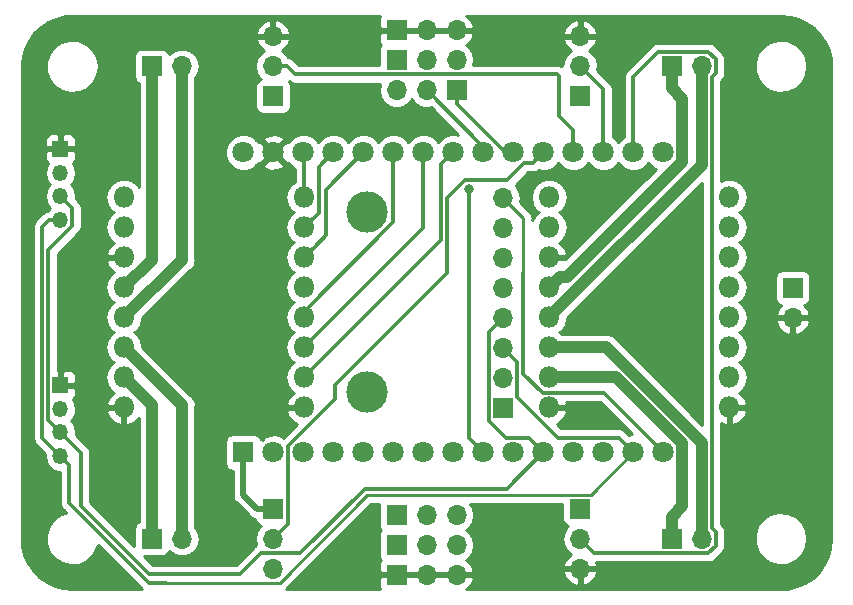
<source format=gbr>
G04 #@! TF.GenerationSoftware,KiCad,Pcbnew,(5.0.1)-3*
G04 #@! TF.CreationDate,2022-06-14T20:04:14+08:00*
G04 #@! TF.ProjectId,Omnibot V1,4F6D6E69626F742056312E6B69636164,rev?*
G04 #@! TF.SameCoordinates,Original*
G04 #@! TF.FileFunction,Copper,L1,Top,Signal*
G04 #@! TF.FilePolarity,Positive*
%FSLAX46Y46*%
G04 Gerber Fmt 4.6, Leading zero omitted, Abs format (unit mm)*
G04 Created by KiCad (PCBNEW (5.0.1)-3) date 14-Jun-22 8:04:14 PM*
%MOMM*%
%LPD*%
G01*
G04 APERTURE LIST*
G04 #@! TA.AperFunction,ComponentPad*
%ADD10C,1.800000*%
G04 #@! TD*
G04 #@! TA.AperFunction,ComponentPad*
%ADD11R,1.800000X1.800000*%
G04 #@! TD*
G04 #@! TA.AperFunction,ComponentPad*
%ADD12O,1.700000X1.700000*%
G04 #@! TD*
G04 #@! TA.AperFunction,ComponentPad*
%ADD13R,1.700000X1.700000*%
G04 #@! TD*
G04 #@! TA.AperFunction,WasherPad*
%ADD14C,3.500000*%
G04 #@! TD*
G04 #@! TA.AperFunction,ComponentPad*
%ADD15O,1.800000X1.800000*%
G04 #@! TD*
G04 #@! TA.AperFunction,ComponentPad*
%ADD16O,1.350000X1.350000*%
G04 #@! TD*
G04 #@! TA.AperFunction,ComponentPad*
%ADD17R,1.350000X1.350000*%
G04 #@! TD*
G04 #@! TA.AperFunction,ViaPad*
%ADD18C,0.800000*%
G04 #@! TD*
G04 #@! TA.AperFunction,Conductor*
%ADD19C,1.000000*%
G04 #@! TD*
G04 #@! TA.AperFunction,Conductor*
%ADD20C,0.300000*%
G04 #@! TD*
G04 #@! TA.AperFunction,Conductor*
%ADD21C,0.500000*%
G04 #@! TD*
G04 #@! TA.AperFunction,Conductor*
%ADD22C,0.250000*%
G04 #@! TD*
G04 #@! TA.AperFunction,Conductor*
%ADD23C,0.254000*%
G04 #@! TD*
G04 APERTURE END LIST*
D10*
G04 #@! TO.P,U3,3*
G04 #@! TO.N,N/C*
X70045000Y-37300000D03*
G04 #@! TO.P,U3,4*
G04 #@! TO.N,36*
X67505000Y-37300000D03*
G04 #@! TO.P,U3,5*
G04 #@! TO.N,39*
X64965000Y-37300000D03*
G04 #@! TO.P,U3,6*
G04 #@! TO.N,34*
X62425000Y-37300000D03*
G04 #@! TO.P,U3,7*
G04 #@! TO.N,35*
X59885000Y-37300000D03*
G04 #@! TO.P,U3,8*
G04 #@! TO.N,32*
X57345000Y-37300000D03*
G04 #@! TO.P,U3,9*
G04 #@! TO.N,33*
X54805000Y-37300000D03*
G04 #@! TO.P,U3,10*
G04 #@! TO.N,25*
X52265000Y-37300000D03*
G04 #@! TO.P,U3,11*
G04 #@! TO.N,26*
X49725000Y-37300000D03*
G04 #@! TO.P,U3,12*
G04 #@! TO.N,27*
X47185000Y-37300000D03*
G04 #@! TO.P,U3,13*
G04 #@! TO.N,14*
X44645000Y-37300000D03*
G04 #@! TO.P,U3,14*
G04 #@! TO.N,12*
X42105000Y-37300000D03*
G04 #@! TO.P,U3,16*
G04 #@! TO.N,13*
X39565000Y-37300000D03*
G04 #@! TO.P,U3,15*
G04 #@! TO.N,GND*
X37025000Y-37300000D03*
G04 #@! TO.P,U3,32*
G04 #@! TO.N,VCC*
X34485000Y-37300000D03*
G04 #@! TO.P,U3,37*
G04 #@! TO.N,23*
X70045000Y-62700000D03*
G04 #@! TO.P,U3,36*
G04 #@! TO.N,22_SCL*
X67505000Y-62700000D03*
G04 #@! TO.P,U3,35*
G04 #@! TO.N,1*
X64965000Y-62700000D03*
G04 #@! TO.P,U3,34*
G04 #@! TO.N,3*
X62425000Y-62700000D03*
G04 #@! TO.P,U3,33*
G04 #@! TO.N,21_SDA*
X59885000Y-62700000D03*
G04 #@! TO.P,U3,31*
G04 #@! TO.N,19*
X57345000Y-62700000D03*
G04 #@! TO.P,U3,30*
G04 #@! TO.N,18*
X54805000Y-62700000D03*
G04 #@! TO.P,U3,29*
G04 #@! TO.N,5*
X52265000Y-62700000D03*
G04 #@! TO.P,U3,28*
G04 #@! TO.N,17*
X49725000Y-62700000D03*
G04 #@! TO.P,U3,27*
G04 #@! TO.N,16*
X47185000Y-62700000D03*
G04 #@! TO.P,U3,26*
G04 #@! TO.N,4*
X44645000Y-62700000D03*
G04 #@! TO.P,U3,24*
G04 #@! TO.N,2*
X42105000Y-62700000D03*
G04 #@! TO.P,U3,23*
G04 #@! TO.N,15*
X39565000Y-62700000D03*
G04 #@! TO.P,U3,15*
G04 #@! TO.N,GND*
X37025000Y-62700000D03*
D11*
G04 #@! TO.P,U3,2*
G04 #@! TO.N,+3V3*
X34485000Y-62700000D03*
G04 #@! TD*
D12*
G04 #@! TO.P,J7,2*
G04 #@! TO.N,GND*
X81000000Y-51290000D03*
D13*
G04 #@! TO.P,J7,1*
G04 #@! TO.N,VCC*
X81000000Y-48750000D03*
G04 #@! TD*
G04 #@! TO.P,J3,1*
G04 #@! TO.N,+3V3*
X37000000Y-32540000D03*
D12*
G04 #@! TO.P,J3,2*
G04 #@! TO.N,34*
X37000000Y-30000000D03*
G04 #@! TO.P,J3,3*
G04 #@! TO.N,GND*
X37000000Y-27460000D03*
G04 #@! TD*
D13*
G04 #@! TO.P,J2,1*
G04 #@! TO.N,+3V3*
X37000000Y-67460000D03*
D12*
G04 #@! TO.P,J2,2*
G04 #@! TO.N,35*
X37000000Y-70000000D03*
G04 #@! TO.P,J2,3*
G04 #@! TO.N,GND*
X37000000Y-72540000D03*
G04 #@! TD*
D13*
G04 #@! TO.P,J4,1*
G04 #@! TO.N,+3V3*
X63000000Y-67460000D03*
D12*
G04 #@! TO.P,J4,2*
G04 #@! TO.N,36*
X63000000Y-70000000D03*
G04 #@! TO.P,J4,3*
G04 #@! TO.N,GND*
X63000000Y-72540000D03*
G04 #@! TD*
D13*
G04 #@! TO.P,J5,1*
G04 #@! TO.N,+3V3*
X63000000Y-32540000D03*
D12*
G04 #@! TO.P,J5,2*
G04 #@! TO.N,39*
X63000000Y-30000000D03*
G04 #@! TO.P,J5,3*
G04 #@! TO.N,GND*
X63000000Y-27460000D03*
G04 #@! TD*
G04 #@! TO.P,J12,3*
G04 #@! TO.N,GND*
X52540000Y-73060000D03*
G04 #@! TO.P,J12,2*
X50000000Y-73060000D03*
D13*
G04 #@! TO.P,J12,1*
X47460000Y-73060000D03*
G04 #@! TD*
D12*
G04 #@! TO.P,J11,3*
G04 #@! TO.N,VCC*
X52540000Y-70520000D03*
G04 #@! TO.P,J11,2*
X50000000Y-70520000D03*
D13*
G04 #@! TO.P,J11,1*
X47460000Y-70520000D03*
G04 #@! TD*
D12*
G04 #@! TO.P,J10,3*
G04 #@! TO.N,1*
X52540000Y-67980000D03*
G04 #@! TO.P,J10,2*
G04 #@! TO.N,3*
X50000000Y-67980000D03*
D13*
G04 #@! TO.P,J10,1*
G04 #@! TO.N,19*
X47460000Y-67980000D03*
G04 #@! TD*
D12*
G04 #@! TO.P,J14,3*
G04 #@! TO.N,GND*
X52540000Y-26940000D03*
G04 #@! TO.P,J14,2*
X50000000Y-26940000D03*
D13*
G04 #@! TO.P,J14,1*
X47460000Y-26940000D03*
G04 #@! TD*
D12*
G04 #@! TO.P,J13,3*
G04 #@! TO.N,VCC*
X52540000Y-29480000D03*
G04 #@! TO.P,J13,2*
X50000000Y-29480000D03*
D13*
G04 #@! TO.P,J13,1*
X47460000Y-29480000D03*
G04 #@! TD*
D12*
G04 #@! TO.P,J9,3*
G04 #@! TO.N,18*
X47460000Y-32020000D03*
G04 #@! TO.P,J9,2*
G04 #@! TO.N,33*
X50000000Y-32020000D03*
D13*
G04 #@! TO.P,J9,1*
G04 #@! TO.N,32*
X52540000Y-32020000D03*
G04 #@! TD*
G04 #@! TO.P,U4,13*
G04 #@! TO.N,+3V3*
X56466600Y-58898400D03*
D12*
G04 #@! TO.P,U4,18*
G04 #@! TO.N,GND*
X56466600Y-56358400D03*
G04 #@! TO.P,U4,23*
G04 #@! TO.N,22_SCL*
X56466600Y-53818400D03*
G04 #@! TO.P,U4,24*
G04 #@! TO.N,21_SDA*
X56466600Y-51278400D03*
G04 #@! TO.P,U4,7*
G04 #@! TO.N,N/C*
X56466600Y-48738400D03*
G04 #@! TO.P,U4,6*
X56466600Y-46198400D03*
G04 #@! TO.P,U4,9*
X56466600Y-43658400D03*
G04 #@! TO.P,U4,12*
G04 #@! TO.N,23*
X56466600Y-41118400D03*
D14*
G04 #@! TO.P,U4,*
G04 #@! TO.N,*
X44920000Y-42380000D03*
X44920000Y-57620000D03*
G04 #@! TD*
D15*
G04 #@! TO.P,U1,17*
G04 #@! TO.N,16*
X75620000Y-51270000D03*
G04 #@! TO.P,U1,16*
G04 #@! TO.N,17*
X75620000Y-53810000D03*
G04 #@! TO.P,U1,15*
G04 #@! TO.N,5*
X75620000Y-56350000D03*
G04 #@! TO.P,U1,9*
G04 #@! TO.N,GND*
X75620000Y-58890000D03*
G04 #@! TO.P,U1,22*
G04 #@! TO.N,2*
X75620000Y-43650000D03*
G04 #@! TO.P,U1,19*
G04 #@! TO.N,+3V3*
X75620000Y-48730000D03*
G04 #@! TO.P,U1,21*
G04 #@! TO.N,4*
X75620000Y-46190000D03*
G04 #@! TO.P,U1,23*
G04 #@! TO.N,15*
X75620000Y-41110000D03*
G04 #@! TO.P,U1,7*
G04 #@! TO.N,Net-(M4-Pad2)*
X60380000Y-53810000D03*
G04 #@! TO.P,U1,4*
G04 #@! TO.N,GND*
X60380000Y-58890000D03*
G04 #@! TO.P,U1,11*
G04 #@! TO.N,Net-(M4-Pad1)*
X60380000Y-56350000D03*
G04 #@! TO.P,U1,5*
G04 #@! TO.N,Net-(M3-Pad2)*
X60380000Y-51270000D03*
G04 #@! TO.P,U1,14*
G04 #@! TO.N,VCC*
X60380000Y-41110000D03*
G04 #@! TO.P,U1,18*
G04 #@! TO.N,GND*
X60380000Y-46190000D03*
G04 #@! TO.P,U1,20*
G04 #@! TO.N,+3V3*
X60380000Y-43650000D03*
G04 #@! TO.P,U1,1*
G04 #@! TO.N,Net-(M3-Pad1)*
X60380000Y-48730000D03*
G04 #@! TD*
G04 #@! TO.P,U2,1*
G04 #@! TO.N,Net-(M1-Pad1)*
X24380000Y-48730000D03*
G04 #@! TO.P,U2,20*
G04 #@! TO.N,+3V3*
X24380000Y-43650000D03*
G04 #@! TO.P,U2,18*
G04 #@! TO.N,GND*
X24380000Y-46190000D03*
G04 #@! TO.P,U2,14*
G04 #@! TO.N,VCC*
X24380000Y-41110000D03*
G04 #@! TO.P,U2,5*
G04 #@! TO.N,Net-(M1-Pad2)*
X24380000Y-51270000D03*
G04 #@! TO.P,U2,11*
G04 #@! TO.N,Net-(M2-Pad1)*
X24380000Y-56350000D03*
G04 #@! TO.P,U2,4*
G04 #@! TO.N,GND*
X24380000Y-58890000D03*
G04 #@! TO.P,U2,7*
G04 #@! TO.N,Net-(M2-Pad2)*
X24380000Y-53810000D03*
G04 #@! TO.P,U2,23*
G04 #@! TO.N,13*
X39620000Y-41110000D03*
G04 #@! TO.P,U2,21*
G04 #@! TO.N,14*
X39620000Y-46190000D03*
G04 #@! TO.P,U2,19*
G04 #@! TO.N,+3V3*
X39620000Y-48730000D03*
G04 #@! TO.P,U2,22*
G04 #@! TO.N,12*
X39620000Y-43650000D03*
G04 #@! TO.P,U2,9*
G04 #@! TO.N,GND*
X39620000Y-58890000D03*
G04 #@! TO.P,U2,15*
G04 #@! TO.N,25*
X39620000Y-56350000D03*
G04 #@! TO.P,U2,16*
G04 #@! TO.N,26*
X39620000Y-53810000D03*
G04 #@! TO.P,U2,17*
G04 #@! TO.N,27*
X39620000Y-51270000D03*
G04 #@! TD*
D16*
G04 #@! TO.P,J1,4*
G04 #@! TO.N,22_SCL*
X19000000Y-63000000D03*
G04 #@! TO.P,J1,3*
G04 #@! TO.N,21_SDA*
X19000000Y-61000000D03*
G04 #@! TO.P,J1,2*
G04 #@! TO.N,+3V3*
X19000000Y-59000000D03*
D17*
G04 #@! TO.P,J1,1*
G04 #@! TO.N,GND*
X19000000Y-57000000D03*
G04 #@! TD*
D12*
G04 #@! TO.P,M1,2*
G04 #@! TO.N,Net-(M1-Pad2)*
X29290000Y-30000000D03*
D13*
G04 #@! TO.P,M1,1*
G04 #@! TO.N,Net-(M1-Pad1)*
X26750000Y-30000000D03*
G04 #@! TD*
D12*
G04 #@! TO.P,M3,2*
G04 #@! TO.N,Net-(M3-Pad2)*
X73290000Y-30000000D03*
D13*
G04 #@! TO.P,M3,1*
G04 #@! TO.N,Net-(M3-Pad1)*
X70750000Y-30000000D03*
G04 #@! TD*
G04 #@! TO.P,M2,1*
G04 #@! TO.N,Net-(M2-Pad1)*
X26750000Y-70000000D03*
D12*
G04 #@! TO.P,M2,2*
G04 #@! TO.N,Net-(M2-Pad2)*
X29290000Y-70000000D03*
G04 #@! TD*
G04 #@! TO.P,M4,2*
G04 #@! TO.N,Net-(M4-Pad2)*
X73290000Y-70000000D03*
D13*
G04 #@! TO.P,M4,1*
G04 #@! TO.N,Net-(M4-Pad1)*
X70750000Y-70000000D03*
G04 #@! TD*
D16*
G04 #@! TO.P,J8,4*
G04 #@! TO.N,22_SCL*
X19000000Y-43000000D03*
G04 #@! TO.P,J8,3*
G04 #@! TO.N,21_SDA*
X19000000Y-41000000D03*
G04 #@! TO.P,J8,2*
G04 #@! TO.N,+3V3*
X19000000Y-39000000D03*
D17*
G04 #@! TO.P,J8,1*
G04 #@! TO.N,GND*
X19000000Y-37000000D03*
G04 #@! TD*
D18*
G04 #@! TO.N,GND*
X68250000Y-46000000D03*
X68481764Y-54000000D03*
G04 #@! TO.N,18*
X53600000Y-40400000D03*
G04 #@! TD*
D19*
G04 #@! TO.N,Net-(M1-Pad2)*
X29290000Y-46360000D02*
X29290000Y-30000000D01*
X24380000Y-51270000D02*
X29290000Y-46360000D01*
G04 #@! TO.N,Net-(M1-Pad1)*
X26750000Y-46360000D02*
X24380000Y-48730000D01*
X26750000Y-30000000D02*
X26750000Y-46360000D01*
G04 #@! TO.N,Net-(M2-Pad2)*
X29290000Y-58720000D02*
X24380000Y-53810000D01*
X29290000Y-70000000D02*
X29290000Y-58720000D01*
G04 #@! TO.N,Net-(M2-Pad1)*
X26750000Y-58720000D02*
X24380000Y-56350000D01*
X26750000Y-70000000D02*
X26750000Y-58720000D01*
G04 #@! TO.N,Net-(M3-Pad1)*
X61279999Y-47830001D02*
X60380000Y-48730000D01*
X61883001Y-47830001D02*
X61279999Y-47830001D01*
X71645001Y-38068001D02*
X61883001Y-47830001D01*
X71645001Y-32745001D02*
X71645001Y-38068001D01*
X70750000Y-31850000D02*
X71645001Y-32745001D01*
X70750000Y-30000000D02*
X70750000Y-31850000D01*
G04 #@! TO.N,Net-(M3-Pad2)*
X73290000Y-38360000D02*
X73290000Y-30000000D01*
X60380000Y-51270000D02*
X73290000Y-38360000D01*
G04 #@! TO.N,Net-(M4-Pad2)*
X73290000Y-68797919D02*
X73290000Y-70000000D01*
X73290000Y-61879928D02*
X73290000Y-68797919D01*
X65220072Y-53810000D02*
X73290000Y-61879928D01*
X60380000Y-53810000D02*
X65220072Y-53810000D01*
G04 #@! TO.N,Net-(M4-Pad1)*
X61652792Y-56350000D02*
X60380000Y-56350000D01*
X66063002Y-56350000D02*
X61652792Y-56350000D01*
X71645001Y-61931999D02*
X66063002Y-56350000D01*
X71645001Y-67254999D02*
X71645001Y-61931999D01*
X70750000Y-68150000D02*
X71645001Y-67254999D01*
X70750000Y-70000000D02*
X70750000Y-68150000D01*
D20*
G04 #@! TO.N,GND*
X68250000Y-53768236D02*
X68481764Y-54000000D01*
X68250000Y-46000000D02*
X68250000Y-53768236D01*
G04 #@! TO.N,36*
X67505000Y-36027208D02*
X67505000Y-37300000D01*
X67505000Y-30914998D02*
X67505000Y-36027208D01*
X69619999Y-28799999D02*
X67505000Y-30914998D01*
X74490001Y-29423999D02*
X73866001Y-28799999D01*
X74140010Y-30925992D02*
X74490001Y-30576001D01*
X74140010Y-69074008D02*
X74140010Y-30925992D01*
X73866001Y-28799999D02*
X69619999Y-28799999D01*
X74490001Y-70576001D02*
X74490001Y-69423999D01*
X74490001Y-30576001D02*
X74490001Y-29423999D01*
X73866001Y-71200001D02*
X74490001Y-70576001D01*
X74490001Y-69423999D02*
X74140010Y-69074008D01*
X64200001Y-71200001D02*
X73866001Y-71200001D01*
X63000000Y-70000000D02*
X64200001Y-71200001D01*
G04 #@! TO.N,39*
X64965000Y-31965000D02*
X64965000Y-37300000D01*
X63000000Y-30000000D02*
X64965000Y-31965000D01*
G04 #@! TO.N,34*
X62425000Y-37300000D02*
X62425000Y-35425000D01*
X61200000Y-34200000D02*
X61200000Y-30800000D01*
X61200000Y-30800000D02*
X61080001Y-30680001D01*
X38202081Y-30000000D02*
X37000000Y-30000000D01*
X62425000Y-35425000D02*
X61200000Y-34200000D01*
X61080001Y-30680001D02*
X38882082Y-30680001D01*
X38882082Y-30680001D02*
X38202081Y-30000000D01*
G04 #@! TO.N,35*
X38275001Y-68724999D02*
X37000000Y-70000000D01*
X38275001Y-62139997D02*
X38275001Y-68724999D01*
X42250000Y-58164998D02*
X38275001Y-62139997D01*
X42250000Y-57000000D02*
X42250000Y-58164998D01*
X51750000Y-47500000D02*
X42250000Y-57000000D01*
X59885000Y-37300000D02*
X58985001Y-38199999D01*
X58985001Y-38199999D02*
X58295003Y-38199999D01*
X58295003Y-38199999D02*
X56845003Y-39649999D01*
X56845003Y-39649999D02*
X53239999Y-39649999D01*
X53239999Y-39649999D02*
X51750000Y-41139998D01*
X51750000Y-41139998D02*
X51750000Y-47500000D01*
G04 #@! TO.N,32*
X56670000Y-37300000D02*
X57345000Y-37300000D01*
X52540000Y-33170000D02*
X56670000Y-37300000D01*
X52540000Y-32020000D02*
X52540000Y-33170000D01*
G04 #@! TO.N,33*
X54805000Y-36825000D02*
X54805000Y-37300000D01*
X50000000Y-32020000D02*
X54805000Y-36825000D01*
G04 #@! TO.N,25*
X50720000Y-45250000D02*
X39620000Y-56350000D01*
X51249990Y-44720010D02*
X50720000Y-45250000D01*
X51249990Y-38315010D02*
X51249990Y-44720010D01*
X52265000Y-37300000D02*
X51249990Y-38315010D01*
G04 #@! TO.N,26*
X49725000Y-43705000D02*
X39620000Y-53810000D01*
X49725000Y-37300000D02*
X49725000Y-43705000D01*
G04 #@! TO.N,27*
X39620000Y-50788002D02*
X39620000Y-51270000D01*
X47185000Y-43223002D02*
X39620000Y-50788002D01*
X47185000Y-37300000D02*
X47185000Y-43223002D01*
G04 #@! TO.N,14*
X41500000Y-44310000D02*
X40519999Y-45290001D01*
X44645000Y-37300000D02*
X41500000Y-40445000D01*
X41500000Y-40445000D02*
X41500000Y-44310000D01*
X40519999Y-45290001D02*
X39620000Y-46190000D01*
G04 #@! TO.N,12*
X40519999Y-42750001D02*
X39620000Y-43650000D01*
X40870001Y-42399999D02*
X40519999Y-42750001D01*
X40870001Y-38534999D02*
X40870001Y-42399999D01*
X42105000Y-37300000D02*
X40870001Y-38534999D01*
G04 #@! TO.N,13*
X39620000Y-37355000D02*
X39565000Y-37300000D01*
X39620000Y-41110000D02*
X39620000Y-37355000D01*
D21*
G04 #@! TO.N,+3V3*
X35650000Y-67460000D02*
X37000000Y-67460000D01*
X34485000Y-66295000D02*
X35650000Y-67460000D01*
X34485000Y-62700000D02*
X34485000Y-66295000D01*
D22*
G04 #@! TO.N,23*
X56466600Y-41118400D02*
X58200000Y-42851800D01*
D20*
X64984999Y-57639999D02*
X70045000Y-62700000D01*
X59819997Y-57639999D02*
X64984999Y-57639999D01*
X58200000Y-56020002D02*
X59819997Y-57639999D01*
X58200000Y-47500000D02*
X58200000Y-56020002D01*
D22*
X58200000Y-42851800D02*
X58200000Y-47500000D01*
D20*
G04 #@! TO.N,22_SCL*
X18325001Y-62325001D02*
X19000000Y-63000000D01*
X17474989Y-61474989D02*
X18325001Y-62325001D01*
X17474989Y-43570417D02*
X17474989Y-61474989D01*
X18045406Y-43000000D02*
X17474989Y-43570417D01*
X19000000Y-43000000D02*
X18045406Y-43000000D01*
D22*
X67505000Y-62700000D02*
X63920001Y-66284999D01*
X63920001Y-66284999D02*
X44994003Y-66284999D01*
X44994003Y-66284999D02*
X37564001Y-73715001D01*
X37564001Y-73715001D02*
X27977235Y-73715001D01*
D20*
X66605001Y-61800001D02*
X67505000Y-62700000D01*
X66254999Y-61449999D02*
X66605001Y-61800001D01*
X61089997Y-61449999D02*
X66254999Y-61449999D01*
X57666601Y-58026603D02*
X61089997Y-61449999D01*
X57666601Y-55018401D02*
X57666601Y-58026603D01*
X56466600Y-53818400D02*
X57666601Y-55018401D01*
X26479871Y-73715001D02*
X19764870Y-67000000D01*
X27977235Y-73715001D02*
X26479871Y-73715001D01*
X19764870Y-63764870D02*
X19000000Y-63000000D01*
X19764870Y-67000000D02*
X19764870Y-63764870D01*
G04 #@! TO.N,21_SDA*
X19674999Y-41674999D02*
X19000000Y-41000000D01*
X20025001Y-42025001D02*
X19674999Y-41674999D01*
X20025001Y-43492001D02*
X20025001Y-42025001D01*
X17974999Y-45542003D02*
X20025001Y-43492001D01*
X17974999Y-59974999D02*
X17974999Y-45542003D01*
X19000000Y-61000000D02*
X17974999Y-59974999D01*
X58985001Y-61800001D02*
X59885000Y-62700000D01*
X58634999Y-61449999D02*
X58985001Y-61800001D01*
X56688197Y-61449999D02*
X58634999Y-61449999D01*
X55266599Y-60028401D02*
X56688197Y-61449999D01*
X55266599Y-52478401D02*
X55266599Y-60028401D01*
X56466600Y-51278400D02*
X55266599Y-52478401D01*
X56835000Y-65750000D02*
X59885000Y-62700000D01*
X44750000Y-65750000D02*
X56835000Y-65750000D01*
X39299999Y-71200001D02*
X44750000Y-65750000D01*
X19000000Y-61000000D02*
X20729980Y-62729980D01*
X20729980Y-67229980D02*
X26500000Y-73000000D01*
X26500000Y-73000000D02*
X34200001Y-73000000D01*
X20729980Y-62729980D02*
X20729980Y-67229980D01*
X34200001Y-73000000D02*
X36000000Y-71200001D01*
X36000000Y-71200001D02*
X39299999Y-71200001D01*
G04 #@! TO.N,18*
X53600000Y-61495000D02*
X54805000Y-62700000D01*
X53600000Y-40400000D02*
X53600000Y-61495000D01*
G04 #@! TD*
D23*
G04 #@! TO.N,GND*
G36*
X45975000Y-25963691D02*
X45975000Y-26654250D01*
X46133750Y-26813000D01*
X47333000Y-26813000D01*
X47333000Y-26793000D01*
X47587000Y-26793000D01*
X47587000Y-26813000D01*
X49873000Y-26813000D01*
X49873000Y-26793000D01*
X50127000Y-26793000D01*
X50127000Y-26813000D01*
X52413000Y-26813000D01*
X52413000Y-26793000D01*
X52667000Y-26793000D01*
X52667000Y-26813000D01*
X53860819Y-26813000D01*
X53981486Y-26583108D01*
X53735183Y-26058642D01*
X53380053Y-25735000D01*
X79967269Y-25735000D01*
X80754747Y-25805281D01*
X81485643Y-26005231D01*
X82169575Y-26331450D01*
X82784928Y-26773626D01*
X83312259Y-27317789D01*
X83734886Y-27946726D01*
X84039463Y-28640570D01*
X84217715Y-29383039D01*
X84265001Y-30026963D01*
X84265000Y-69967269D01*
X84194719Y-70754748D01*
X83994769Y-71485643D01*
X83668550Y-72169575D01*
X83226374Y-72784928D01*
X82682211Y-73312259D01*
X82053274Y-73734886D01*
X81359429Y-74039464D01*
X80616961Y-74217714D01*
X79973051Y-74265000D01*
X53380053Y-74265000D01*
X53735183Y-73941358D01*
X53981486Y-73416892D01*
X53860819Y-73187000D01*
X52667000Y-73187000D01*
X52667000Y-73207000D01*
X52413000Y-73207000D01*
X52413000Y-73187000D01*
X50127000Y-73187000D01*
X50127000Y-73207000D01*
X49873000Y-73207000D01*
X49873000Y-73187000D01*
X47587000Y-73187000D01*
X47587000Y-73207000D01*
X47333000Y-73207000D01*
X47333000Y-73187000D01*
X46133750Y-73187000D01*
X45975000Y-73345750D01*
X45975000Y-74036309D01*
X46069727Y-74265000D01*
X38108832Y-74265000D01*
X38111930Y-74262930D01*
X38154332Y-74199471D01*
X45308805Y-67044999D01*
X45979468Y-67044999D01*
X45962560Y-67130000D01*
X45962560Y-68830000D01*
X46011843Y-69077765D01*
X46126928Y-69250000D01*
X46011843Y-69422235D01*
X45962560Y-69670000D01*
X45962560Y-71370000D01*
X46011843Y-71617765D01*
X46128949Y-71793025D01*
X46071673Y-71850302D01*
X45975000Y-72083691D01*
X45975000Y-72774250D01*
X46133750Y-72933000D01*
X47333000Y-72933000D01*
X47333000Y-72913000D01*
X47587000Y-72913000D01*
X47587000Y-72933000D01*
X49873000Y-72933000D01*
X49873000Y-72913000D01*
X50127000Y-72913000D01*
X50127000Y-72933000D01*
X52413000Y-72933000D01*
X52413000Y-72913000D01*
X52667000Y-72913000D01*
X52667000Y-72933000D01*
X53860819Y-72933000D01*
X53879772Y-72896890D01*
X61558524Y-72896890D01*
X61728355Y-73306924D01*
X62118642Y-73735183D01*
X62643108Y-73981486D01*
X62873000Y-73860819D01*
X62873000Y-72667000D01*
X63127000Y-72667000D01*
X63127000Y-73860819D01*
X63356892Y-73981486D01*
X63881358Y-73735183D01*
X64271645Y-73306924D01*
X64441476Y-72896890D01*
X64320155Y-72667000D01*
X63127000Y-72667000D01*
X62873000Y-72667000D01*
X61679845Y-72667000D01*
X61558524Y-72896890D01*
X53879772Y-72896890D01*
X53981486Y-72703108D01*
X53735183Y-72178642D01*
X53310214Y-71791353D01*
X53610625Y-71590625D01*
X53938839Y-71099418D01*
X54054092Y-70520000D01*
X53938839Y-69940582D01*
X53610625Y-69449375D01*
X53312239Y-69250000D01*
X53610625Y-69050625D01*
X53938839Y-68559418D01*
X54054092Y-67980000D01*
X53938839Y-67400582D01*
X53701246Y-67044999D01*
X61502560Y-67044999D01*
X61502560Y-68310000D01*
X61551843Y-68557765D01*
X61692191Y-68767809D01*
X61902235Y-68908157D01*
X61947619Y-68917184D01*
X61929375Y-68929375D01*
X61601161Y-69420582D01*
X61485908Y-70000000D01*
X61601161Y-70579418D01*
X61929375Y-71070625D01*
X62248478Y-71283843D01*
X62118642Y-71344817D01*
X61728355Y-71773076D01*
X61558524Y-72183110D01*
X61679845Y-72413000D01*
X62873000Y-72413000D01*
X62873000Y-72393000D01*
X63127000Y-72393000D01*
X63127000Y-72413000D01*
X64320155Y-72413000D01*
X64441476Y-72183110D01*
X64359422Y-71985001D01*
X73788689Y-71985001D01*
X73866001Y-72000379D01*
X73943313Y-71985001D01*
X73943317Y-71985001D01*
X74172293Y-71939455D01*
X74431954Y-71765954D01*
X74475750Y-71700409D01*
X74990412Y-71185748D01*
X75055954Y-71141954D01*
X75099748Y-71076412D01*
X75099750Y-71076410D01*
X75183705Y-70950762D01*
X75229455Y-70882293D01*
X75275001Y-70653317D01*
X75275001Y-70653313D01*
X75290379Y-70576002D01*
X75275001Y-70498691D01*
X75275001Y-69647240D01*
X77772763Y-69647240D01*
X77778578Y-70387700D01*
X78023928Y-71086355D01*
X78482357Y-71667868D01*
X79104432Y-72069537D01*
X79823075Y-72248049D01*
X80560796Y-72184155D01*
X81238046Y-71884746D01*
X81781800Y-71382105D01*
X82133422Y-70730434D01*
X82255000Y-70000000D01*
X82254722Y-69964580D01*
X82121686Y-69236146D01*
X81759871Y-68590078D01*
X81208289Y-68096041D01*
X80526419Y-67807306D01*
X79787786Y-67755008D01*
X79072035Y-67944786D01*
X78456346Y-68356176D01*
X78007109Y-68944818D01*
X77772763Y-69647240D01*
X75275001Y-69647240D01*
X75275001Y-69501310D01*
X75290379Y-69423998D01*
X75275001Y-69346686D01*
X75275001Y-69346683D01*
X75229455Y-69117707D01*
X75055954Y-68858046D01*
X74990409Y-68814250D01*
X74925010Y-68748851D01*
X74925010Y-60227078D01*
X75255258Y-60381046D01*
X75493000Y-60260997D01*
X75493000Y-59017000D01*
X75747000Y-59017000D01*
X75747000Y-60260997D01*
X75984742Y-60381046D01*
X76527576Y-60127966D01*
X76932240Y-59686417D01*
X77111036Y-59254740D01*
X76990378Y-59017000D01*
X75747000Y-59017000D01*
X75493000Y-59017000D01*
X75473000Y-59017000D01*
X75473000Y-58763000D01*
X75493000Y-58763000D01*
X75493000Y-58743000D01*
X75747000Y-58743000D01*
X75747000Y-58763000D01*
X76990378Y-58763000D01*
X77111036Y-58525260D01*
X76932240Y-58093583D01*
X76527576Y-57652034D01*
X76472632Y-57626418D01*
X76726673Y-57456673D01*
X77065938Y-56948927D01*
X77185072Y-56350000D01*
X77065938Y-55751073D01*
X76726673Y-55243327D01*
X76482237Y-55080000D01*
X76726673Y-54916673D01*
X77065938Y-54408927D01*
X77185072Y-53810000D01*
X77065938Y-53211073D01*
X76726673Y-52703327D01*
X76482237Y-52540000D01*
X76726673Y-52376673D01*
X77065938Y-51868927D01*
X77110103Y-51646890D01*
X79558524Y-51646890D01*
X79728355Y-52056924D01*
X80118642Y-52485183D01*
X80643108Y-52731486D01*
X80873000Y-52610819D01*
X80873000Y-51417000D01*
X81127000Y-51417000D01*
X81127000Y-52610819D01*
X81356892Y-52731486D01*
X81881358Y-52485183D01*
X82271645Y-52056924D01*
X82441476Y-51646890D01*
X82320155Y-51417000D01*
X81127000Y-51417000D01*
X80873000Y-51417000D01*
X79679845Y-51417000D01*
X79558524Y-51646890D01*
X77110103Y-51646890D01*
X77185072Y-51270000D01*
X77065938Y-50671073D01*
X76726673Y-50163327D01*
X76482237Y-50000000D01*
X76726673Y-49836673D01*
X77065938Y-49328927D01*
X77185072Y-48730000D01*
X77065938Y-48131073D01*
X76911540Y-47900000D01*
X79502560Y-47900000D01*
X79502560Y-49600000D01*
X79551843Y-49847765D01*
X79692191Y-50057809D01*
X79902235Y-50198157D01*
X80005708Y-50218739D01*
X79728355Y-50523076D01*
X79558524Y-50933110D01*
X79679845Y-51163000D01*
X80873000Y-51163000D01*
X80873000Y-51143000D01*
X81127000Y-51143000D01*
X81127000Y-51163000D01*
X82320155Y-51163000D01*
X82441476Y-50933110D01*
X82271645Y-50523076D01*
X81994292Y-50218739D01*
X82097765Y-50198157D01*
X82307809Y-50057809D01*
X82448157Y-49847765D01*
X82497440Y-49600000D01*
X82497440Y-47900000D01*
X82448157Y-47652235D01*
X82307809Y-47442191D01*
X82097765Y-47301843D01*
X81850000Y-47252560D01*
X80150000Y-47252560D01*
X79902235Y-47301843D01*
X79692191Y-47442191D01*
X79551843Y-47652235D01*
X79502560Y-47900000D01*
X76911540Y-47900000D01*
X76726673Y-47623327D01*
X76482237Y-47460000D01*
X76726673Y-47296673D01*
X77065938Y-46788927D01*
X77185072Y-46190000D01*
X77065938Y-45591073D01*
X76726673Y-45083327D01*
X76482237Y-44920000D01*
X76726673Y-44756673D01*
X77065938Y-44248927D01*
X77185072Y-43650000D01*
X77065938Y-43051073D01*
X76726673Y-42543327D01*
X76482237Y-42380000D01*
X76726673Y-42216673D01*
X77065938Y-41708927D01*
X77185072Y-41110000D01*
X77065938Y-40511073D01*
X76726673Y-40003327D01*
X76218927Y-39664062D01*
X75771182Y-39575000D01*
X75468818Y-39575000D01*
X75021073Y-39664062D01*
X74925010Y-39728249D01*
X74925010Y-31251149D01*
X74990409Y-31185750D01*
X75055954Y-31141954D01*
X75229455Y-30882293D01*
X75275001Y-30653317D01*
X75275001Y-30653314D01*
X75290379Y-30576002D01*
X75275001Y-30498690D01*
X75275001Y-29647240D01*
X77772763Y-29647240D01*
X77778578Y-30387700D01*
X78023928Y-31086355D01*
X78482357Y-31667868D01*
X79104432Y-32069537D01*
X79823075Y-32248049D01*
X80560796Y-32184155D01*
X81238046Y-31884746D01*
X81781800Y-31382105D01*
X82133422Y-30730434D01*
X82255000Y-30000000D01*
X82254722Y-29964580D01*
X82121686Y-29236146D01*
X81759871Y-28590078D01*
X81208289Y-28096041D01*
X80526419Y-27807306D01*
X79787786Y-27755008D01*
X79072035Y-27944786D01*
X78456346Y-28356176D01*
X78007109Y-28944818D01*
X77772763Y-29647240D01*
X75275001Y-29647240D01*
X75275001Y-29501309D01*
X75290379Y-29423998D01*
X75275001Y-29346687D01*
X75275001Y-29346683D01*
X75229455Y-29117707D01*
X75113934Y-28944818D01*
X75099750Y-28923590D01*
X75099748Y-28923588D01*
X75055954Y-28858046D01*
X74990411Y-28814252D01*
X74475750Y-28299591D01*
X74431954Y-28234046D01*
X74172293Y-28060545D01*
X73943317Y-28014999D01*
X73943313Y-28014999D01*
X73866001Y-27999621D01*
X73788689Y-28014999D01*
X69697309Y-28014999D01*
X69619998Y-27999621D01*
X69542687Y-28014999D01*
X69542683Y-28014999D01*
X69313707Y-28060545D01*
X69213046Y-28127805D01*
X69119590Y-28190250D01*
X69119588Y-28190252D01*
X69054046Y-28234046D01*
X69010252Y-28299588D01*
X67004592Y-30305249D01*
X66939047Y-30349045D01*
X66765546Y-30608707D01*
X66720000Y-30837683D01*
X66720000Y-30837686D01*
X66704622Y-30914998D01*
X66720000Y-30992310D01*
X66720001Y-35949888D01*
X66720000Y-35949893D01*
X66720000Y-35963686D01*
X66635493Y-35998690D01*
X66235000Y-36399183D01*
X65834507Y-35998690D01*
X65750000Y-35963686D01*
X65750000Y-32042312D01*
X65765378Y-31965000D01*
X65750000Y-31887688D01*
X65750000Y-31887684D01*
X65704454Y-31658708D01*
X65530953Y-31399047D01*
X65465408Y-31355251D01*
X64447075Y-30336918D01*
X64514092Y-30000000D01*
X64398839Y-29420582D01*
X64070625Y-28929375D01*
X63751522Y-28716157D01*
X63881358Y-28655183D01*
X64271645Y-28226924D01*
X64441476Y-27816890D01*
X64320155Y-27587000D01*
X63127000Y-27587000D01*
X63127000Y-27607000D01*
X62873000Y-27607000D01*
X62873000Y-27587000D01*
X61679845Y-27587000D01*
X61558524Y-27816890D01*
X61728355Y-28226924D01*
X62118642Y-28655183D01*
X62248478Y-28716157D01*
X61929375Y-28929375D01*
X61601161Y-29420582D01*
X61485908Y-30000000D01*
X61487539Y-30008198D01*
X61386293Y-29940547D01*
X61157317Y-29895001D01*
X61157313Y-29895001D01*
X61080001Y-29879623D01*
X61002689Y-29895001D01*
X53971543Y-29895001D01*
X54054092Y-29480000D01*
X53938839Y-28900582D01*
X53610625Y-28409375D01*
X53310214Y-28208647D01*
X53735183Y-27821358D01*
X53981486Y-27296892D01*
X53879773Y-27103110D01*
X61558524Y-27103110D01*
X61679845Y-27333000D01*
X62873000Y-27333000D01*
X62873000Y-26139181D01*
X63127000Y-26139181D01*
X63127000Y-27333000D01*
X64320155Y-27333000D01*
X64441476Y-27103110D01*
X64271645Y-26693076D01*
X63881358Y-26264817D01*
X63356892Y-26018514D01*
X63127000Y-26139181D01*
X62873000Y-26139181D01*
X62643108Y-26018514D01*
X62118642Y-26264817D01*
X61728355Y-26693076D01*
X61558524Y-27103110D01*
X53879773Y-27103110D01*
X53860819Y-27067000D01*
X52667000Y-27067000D01*
X52667000Y-27087000D01*
X52413000Y-27087000D01*
X52413000Y-27067000D01*
X50127000Y-27067000D01*
X50127000Y-27087000D01*
X49873000Y-27087000D01*
X49873000Y-27067000D01*
X47587000Y-27067000D01*
X47587000Y-27087000D01*
X47333000Y-27087000D01*
X47333000Y-27067000D01*
X46133750Y-27067000D01*
X45975000Y-27225750D01*
X45975000Y-27916309D01*
X46071673Y-28149698D01*
X46128949Y-28206975D01*
X46011843Y-28382235D01*
X45962560Y-28630000D01*
X45962560Y-29895001D01*
X39207239Y-29895001D01*
X38811830Y-29499592D01*
X38768034Y-29434047D01*
X38508373Y-29260546D01*
X38279397Y-29215000D01*
X38279393Y-29215000D01*
X38258727Y-29210889D01*
X38070625Y-28929375D01*
X37751522Y-28716157D01*
X37881358Y-28655183D01*
X38271645Y-28226924D01*
X38441476Y-27816890D01*
X38320155Y-27587000D01*
X37127000Y-27587000D01*
X37127000Y-27607000D01*
X36873000Y-27607000D01*
X36873000Y-27587000D01*
X35679845Y-27587000D01*
X35558524Y-27816890D01*
X35728355Y-28226924D01*
X36118642Y-28655183D01*
X36248478Y-28716157D01*
X35929375Y-28929375D01*
X35601161Y-29420582D01*
X35485908Y-30000000D01*
X35601161Y-30579418D01*
X35929375Y-31070625D01*
X35947619Y-31082816D01*
X35902235Y-31091843D01*
X35692191Y-31232191D01*
X35551843Y-31442235D01*
X35502560Y-31690000D01*
X35502560Y-33390000D01*
X35551843Y-33637765D01*
X35692191Y-33847809D01*
X35902235Y-33988157D01*
X36150000Y-34037440D01*
X37850000Y-34037440D01*
X38097765Y-33988157D01*
X38307809Y-33847809D01*
X38448157Y-33637765D01*
X38497440Y-33390000D01*
X38497440Y-31690000D01*
X38448157Y-31442235D01*
X38317712Y-31247012D01*
X38575790Y-31419455D01*
X38804766Y-31465001D01*
X38804770Y-31465001D01*
X38882082Y-31480379D01*
X38959394Y-31465001D01*
X46056304Y-31465001D01*
X45945908Y-32020000D01*
X46061161Y-32599418D01*
X46389375Y-33090625D01*
X46880582Y-33418839D01*
X47313744Y-33505000D01*
X47606256Y-33505000D01*
X48039418Y-33418839D01*
X48530625Y-33090625D01*
X48730000Y-32792239D01*
X48929375Y-33090625D01*
X49420582Y-33418839D01*
X49853744Y-33505000D01*
X50146256Y-33505000D01*
X50336918Y-33467075D01*
X52680460Y-35810617D01*
X52570330Y-35765000D01*
X51959670Y-35765000D01*
X51395493Y-35998690D01*
X50995000Y-36399183D01*
X50594507Y-35998690D01*
X50030330Y-35765000D01*
X49419670Y-35765000D01*
X48855493Y-35998690D01*
X48455000Y-36399183D01*
X48054507Y-35998690D01*
X47490330Y-35765000D01*
X46879670Y-35765000D01*
X46315493Y-35998690D01*
X45915000Y-36399183D01*
X45514507Y-35998690D01*
X44950330Y-35765000D01*
X44339670Y-35765000D01*
X43775493Y-35998690D01*
X43375000Y-36399183D01*
X42974507Y-35998690D01*
X42410330Y-35765000D01*
X41799670Y-35765000D01*
X41235493Y-35998690D01*
X40835000Y-36399183D01*
X40434507Y-35998690D01*
X39870330Y-35765000D01*
X39259670Y-35765000D01*
X38695493Y-35998690D01*
X38263690Y-36430493D01*
X38255562Y-36450115D01*
X38105159Y-36399446D01*
X37204605Y-37300000D01*
X38105159Y-38200554D01*
X38255562Y-38149885D01*
X38263690Y-38169507D01*
X38695493Y-38601310D01*
X38835001Y-38659096D01*
X38835000Y-39788392D01*
X38513327Y-40003327D01*
X38174062Y-40511073D01*
X38054928Y-41110000D01*
X38174062Y-41708927D01*
X38513327Y-42216673D01*
X38757763Y-42380000D01*
X38513327Y-42543327D01*
X38174062Y-43051073D01*
X38054928Y-43650000D01*
X38174062Y-44248927D01*
X38513327Y-44756673D01*
X38757763Y-44920000D01*
X38513327Y-45083327D01*
X38174062Y-45591073D01*
X38054928Y-46190000D01*
X38174062Y-46788927D01*
X38513327Y-47296673D01*
X38757763Y-47460000D01*
X38513327Y-47623327D01*
X38174062Y-48131073D01*
X38054928Y-48730000D01*
X38174062Y-49328927D01*
X38513327Y-49836673D01*
X38757763Y-50000000D01*
X38513327Y-50163327D01*
X38174062Y-50671073D01*
X38054928Y-51270000D01*
X38174062Y-51868927D01*
X38513327Y-52376673D01*
X38757763Y-52540000D01*
X38513327Y-52703327D01*
X38174062Y-53211073D01*
X38054928Y-53810000D01*
X38174062Y-54408927D01*
X38513327Y-54916673D01*
X38757763Y-55080000D01*
X38513327Y-55243327D01*
X38174062Y-55751073D01*
X38054928Y-56350000D01*
X38174062Y-56948927D01*
X38513327Y-57456673D01*
X38767368Y-57626418D01*
X38712424Y-57652034D01*
X38307760Y-58093583D01*
X38128964Y-58525260D01*
X38249622Y-58763000D01*
X39493000Y-58763000D01*
X39493000Y-58743000D01*
X39747000Y-58743000D01*
X39747000Y-58763000D01*
X39767000Y-58763000D01*
X39767000Y-59017000D01*
X39747000Y-59017000D01*
X39747000Y-59037000D01*
X39493000Y-59037000D01*
X39493000Y-59017000D01*
X38249622Y-59017000D01*
X38128964Y-59254740D01*
X38307760Y-59686417D01*
X38712424Y-60127966D01*
X39029191Y-60275649D01*
X37864936Y-61439905D01*
X37839148Y-61363357D01*
X37265664Y-61153542D01*
X36655540Y-61179161D01*
X36210852Y-61363357D01*
X36124447Y-61619839D01*
X36009890Y-61505282D01*
X35975058Y-61540114D01*
X35842809Y-61342191D01*
X35632765Y-61201843D01*
X35385000Y-61152560D01*
X33585000Y-61152560D01*
X33337235Y-61201843D01*
X33127191Y-61342191D01*
X32986843Y-61552235D01*
X32937560Y-61800000D01*
X32937560Y-63600000D01*
X32986843Y-63847765D01*
X33127191Y-64057809D01*
X33337235Y-64198157D01*
X33585000Y-64247440D01*
X33600000Y-64247440D01*
X33600001Y-66207835D01*
X33582663Y-66295000D01*
X33651348Y-66640309D01*
X33797576Y-66859154D01*
X33797578Y-66859156D01*
X33846952Y-66933049D01*
X33920845Y-66982423D01*
X34962577Y-68024156D01*
X35011951Y-68098049D01*
X35085844Y-68147423D01*
X35085845Y-68147424D01*
X35274725Y-68273630D01*
X35304690Y-68293652D01*
X35507326Y-68333959D01*
X35551843Y-68557765D01*
X35692191Y-68767809D01*
X35902235Y-68908157D01*
X35947619Y-68917184D01*
X35929375Y-68929375D01*
X35601161Y-69420582D01*
X35485908Y-70000000D01*
X35591147Y-70529076D01*
X35499591Y-70590252D01*
X35499589Y-70590254D01*
X35434047Y-70634048D01*
X35390253Y-70699590D01*
X33874844Y-72215000D01*
X26825157Y-72215000D01*
X26107597Y-71497440D01*
X27600000Y-71497440D01*
X27847765Y-71448157D01*
X28057809Y-71307809D01*
X28198157Y-71097765D01*
X28207184Y-71052381D01*
X28219375Y-71070625D01*
X28710582Y-71398839D01*
X29143744Y-71485000D01*
X29436256Y-71485000D01*
X29869418Y-71398839D01*
X30360625Y-71070625D01*
X30688839Y-70579418D01*
X30804092Y-70000000D01*
X30688839Y-69420582D01*
X30425000Y-69025719D01*
X30425000Y-58831783D01*
X30447235Y-58720000D01*
X30359146Y-58277145D01*
X30171609Y-57996476D01*
X30108289Y-57901711D01*
X30013524Y-57838391D01*
X25935125Y-53759994D01*
X25825938Y-53211073D01*
X25486673Y-52703327D01*
X25242237Y-52540000D01*
X25486673Y-52376673D01*
X25825938Y-51868927D01*
X25935125Y-51320006D01*
X30013524Y-47241608D01*
X30108289Y-47178289D01*
X30359146Y-46802855D01*
X30425000Y-46471783D01*
X30425000Y-46471782D01*
X30447235Y-46360000D01*
X30425000Y-46248217D01*
X30425000Y-36994670D01*
X32950000Y-36994670D01*
X32950000Y-37605330D01*
X33183690Y-38169507D01*
X33615493Y-38601310D01*
X34179670Y-38835000D01*
X34790330Y-38835000D01*
X35354507Y-38601310D01*
X35575658Y-38380159D01*
X36124446Y-38380159D01*
X36210852Y-38636643D01*
X36784336Y-38846458D01*
X37394460Y-38820839D01*
X37839148Y-38636643D01*
X37925554Y-38380159D01*
X37025000Y-37479605D01*
X36124446Y-38380159D01*
X35575658Y-38380159D01*
X35786310Y-38169507D01*
X35794438Y-38149885D01*
X35944841Y-38200554D01*
X36845395Y-37300000D01*
X35944841Y-36399446D01*
X35794438Y-36450115D01*
X35786310Y-36430493D01*
X35575658Y-36219841D01*
X36124446Y-36219841D01*
X37025000Y-37120395D01*
X37925554Y-36219841D01*
X37839148Y-35963357D01*
X37265664Y-35753542D01*
X36655540Y-35779161D01*
X36210852Y-35963357D01*
X36124446Y-36219841D01*
X35575658Y-36219841D01*
X35354507Y-35998690D01*
X34790330Y-35765000D01*
X34179670Y-35765000D01*
X33615493Y-35998690D01*
X33183690Y-36430493D01*
X32950000Y-36994670D01*
X30425000Y-36994670D01*
X30425000Y-30974281D01*
X30688839Y-30579418D01*
X30804092Y-30000000D01*
X30688839Y-29420582D01*
X30360625Y-28929375D01*
X29869418Y-28601161D01*
X29436256Y-28515000D01*
X29143744Y-28515000D01*
X28710582Y-28601161D01*
X28219375Y-28929375D01*
X28207184Y-28947619D01*
X28198157Y-28902235D01*
X28057809Y-28692191D01*
X27847765Y-28551843D01*
X27600000Y-28502560D01*
X25900000Y-28502560D01*
X25652235Y-28551843D01*
X25442191Y-28692191D01*
X25301843Y-28902235D01*
X25252560Y-29150000D01*
X25252560Y-30850000D01*
X25301843Y-31097765D01*
X25442191Y-31307809D01*
X25615000Y-31423277D01*
X25615001Y-40195383D01*
X25486673Y-40003327D01*
X24978927Y-39664062D01*
X24531182Y-39575000D01*
X24228818Y-39575000D01*
X23781073Y-39664062D01*
X23273327Y-40003327D01*
X22934062Y-40511073D01*
X22814928Y-41110000D01*
X22934062Y-41708927D01*
X23273327Y-42216673D01*
X23517763Y-42380000D01*
X23273327Y-42543327D01*
X22934062Y-43051073D01*
X22814928Y-43650000D01*
X22934062Y-44248927D01*
X23273327Y-44756673D01*
X23527368Y-44926418D01*
X23472424Y-44952034D01*
X23067760Y-45393583D01*
X22888964Y-45825260D01*
X23009622Y-46063000D01*
X24253000Y-46063000D01*
X24253000Y-46043000D01*
X24507000Y-46043000D01*
X24507000Y-46063000D01*
X24527000Y-46063000D01*
X24527000Y-46317000D01*
X24507000Y-46317000D01*
X24507000Y-46337000D01*
X24253000Y-46337000D01*
X24253000Y-46317000D01*
X23009622Y-46317000D01*
X22888964Y-46554740D01*
X23067760Y-46986417D01*
X23472424Y-47427966D01*
X23527368Y-47453582D01*
X23273327Y-47623327D01*
X22934062Y-48131073D01*
X22814928Y-48730000D01*
X22934062Y-49328927D01*
X23273327Y-49836673D01*
X23517763Y-50000000D01*
X23273327Y-50163327D01*
X22934062Y-50671073D01*
X22814928Y-51270000D01*
X22934062Y-51868927D01*
X23273327Y-52376673D01*
X23517763Y-52540000D01*
X23273327Y-52703327D01*
X22934062Y-53211073D01*
X22814928Y-53810000D01*
X22934062Y-54408927D01*
X23273327Y-54916673D01*
X23517763Y-55080000D01*
X23273327Y-55243327D01*
X22934062Y-55751073D01*
X22814928Y-56350000D01*
X22934062Y-56948927D01*
X23273327Y-57456673D01*
X23529174Y-57627624D01*
X23142034Y-57982424D01*
X22888954Y-58525258D01*
X23009003Y-58763000D01*
X24253000Y-58763000D01*
X24253000Y-58743000D01*
X24507000Y-58743000D01*
X24507000Y-58763000D01*
X24527000Y-58763000D01*
X24527000Y-59017000D01*
X24507000Y-59017000D01*
X24507000Y-60260378D01*
X24744740Y-60381036D01*
X25176417Y-60202240D01*
X25615001Y-59800293D01*
X25615000Y-68576723D01*
X25442191Y-68692191D01*
X25301843Y-68902235D01*
X25252560Y-69150000D01*
X25252560Y-70642403D01*
X21514980Y-66904823D01*
X21514980Y-62807290D01*
X21530358Y-62729979D01*
X21514980Y-62652668D01*
X21514980Y-62652664D01*
X21469434Y-62423688D01*
X21370329Y-62275368D01*
X21339729Y-62229571D01*
X21339727Y-62229569D01*
X21295933Y-62164027D01*
X21230391Y-62120233D01*
X20298250Y-61188093D01*
X20335664Y-61000000D01*
X20233993Y-60488864D01*
X19944457Y-60055543D01*
X19861331Y-60000000D01*
X19944457Y-59944457D01*
X20233993Y-59511136D01*
X20284992Y-59254742D01*
X22888954Y-59254742D01*
X23142034Y-59797576D01*
X23583583Y-60202240D01*
X24015260Y-60381036D01*
X24253000Y-60260378D01*
X24253000Y-59017000D01*
X23009003Y-59017000D01*
X22888954Y-59254742D01*
X20284992Y-59254742D01*
X20335664Y-59000000D01*
X20233993Y-58488864D01*
X20043802Y-58204223D01*
X20213327Y-58034699D01*
X20310000Y-57801310D01*
X20310000Y-57285750D01*
X20151250Y-57127000D01*
X19127000Y-57127000D01*
X19127000Y-57147000D01*
X18873000Y-57147000D01*
X18873000Y-57127000D01*
X18853000Y-57127000D01*
X18853000Y-56873000D01*
X18873000Y-56873000D01*
X18873000Y-55848750D01*
X19127000Y-55848750D01*
X19127000Y-56873000D01*
X20151250Y-56873000D01*
X20310000Y-56714250D01*
X20310000Y-56198690D01*
X20213327Y-55965301D01*
X20034698Y-55786673D01*
X19801309Y-55690000D01*
X19285750Y-55690000D01*
X19127000Y-55848750D01*
X18873000Y-55848750D01*
X18759999Y-55735749D01*
X18759999Y-45867160D01*
X20525409Y-44101750D01*
X20590954Y-44057954D01*
X20764455Y-43798293D01*
X20810001Y-43569317D01*
X20810001Y-43569313D01*
X20825379Y-43492001D01*
X20810001Y-43414689D01*
X20810001Y-42102313D01*
X20825379Y-42025001D01*
X20810001Y-41947689D01*
X20810001Y-41947685D01*
X20764455Y-41718709D01*
X20590954Y-41459048D01*
X20525407Y-41415250D01*
X20298250Y-41188093D01*
X20335664Y-41000000D01*
X20233993Y-40488864D01*
X19944457Y-40055543D01*
X19861331Y-40000000D01*
X19944457Y-39944457D01*
X20233993Y-39511136D01*
X20335664Y-39000000D01*
X20233993Y-38488864D01*
X20043802Y-38204223D01*
X20213327Y-38034699D01*
X20310000Y-37801310D01*
X20310000Y-37285750D01*
X20151250Y-37127000D01*
X19127000Y-37127000D01*
X19127000Y-37147000D01*
X18873000Y-37147000D01*
X18873000Y-37127000D01*
X17848750Y-37127000D01*
X17690000Y-37285750D01*
X17690000Y-37801310D01*
X17786673Y-38034699D01*
X17956198Y-38204223D01*
X17766007Y-38488864D01*
X17664336Y-39000000D01*
X17766007Y-39511136D01*
X18055543Y-39944457D01*
X18138669Y-40000000D01*
X18055543Y-40055543D01*
X17766007Y-40488864D01*
X17664336Y-41000000D01*
X17766007Y-41511136D01*
X18055543Y-41944457D01*
X18138669Y-42000000D01*
X18055543Y-42055543D01*
X17946071Y-42219380D01*
X17739114Y-42260546D01*
X17674274Y-42303871D01*
X17544997Y-42390251D01*
X17544995Y-42390253D01*
X17479453Y-42434047D01*
X17435659Y-42499590D01*
X16974581Y-42960668D01*
X16909036Y-43004464D01*
X16865240Y-43070009D01*
X16848374Y-43095251D01*
X16735535Y-43264126D01*
X16689989Y-43493102D01*
X16689989Y-43493105D01*
X16674611Y-43570417D01*
X16689989Y-43647729D01*
X16689990Y-61397672D01*
X16674611Y-61474989D01*
X16735535Y-61781280D01*
X16865240Y-61975397D01*
X16865243Y-61975400D01*
X16909037Y-62040942D01*
X16974579Y-62084736D01*
X17701750Y-62811908D01*
X17664336Y-63000000D01*
X17766007Y-63511136D01*
X18055543Y-63944457D01*
X18488864Y-64233993D01*
X18870978Y-64310000D01*
X18979871Y-64310000D01*
X18979870Y-66922688D01*
X18964492Y-67000000D01*
X18979870Y-67077312D01*
X18979870Y-67077315D01*
X19025416Y-67306291D01*
X19198917Y-67565953D01*
X19264462Y-67609749D01*
X19488955Y-67834242D01*
X19072035Y-67944786D01*
X18456346Y-68356176D01*
X18007109Y-68944818D01*
X17772763Y-69647240D01*
X17778578Y-70387700D01*
X18023928Y-71086355D01*
X18482357Y-71667868D01*
X19104432Y-72069537D01*
X19823075Y-72248049D01*
X20560796Y-72184155D01*
X21238046Y-71884746D01*
X21781800Y-71382105D01*
X22133422Y-70730434D01*
X22169342Y-70514629D01*
X25870124Y-74215412D01*
X25903258Y-74265000D01*
X20032731Y-74265000D01*
X19245252Y-74194719D01*
X18514357Y-73994769D01*
X17830425Y-73668550D01*
X17215072Y-73226374D01*
X16687741Y-72682211D01*
X16265114Y-72053274D01*
X15960536Y-71359429D01*
X15782286Y-70616961D01*
X15735000Y-69973051D01*
X15735000Y-36198690D01*
X17690000Y-36198690D01*
X17690000Y-36714250D01*
X17848750Y-36873000D01*
X18873000Y-36873000D01*
X18873000Y-35848750D01*
X19127000Y-35848750D01*
X19127000Y-36873000D01*
X20151250Y-36873000D01*
X20310000Y-36714250D01*
X20310000Y-36198690D01*
X20213327Y-35965301D01*
X20034698Y-35786673D01*
X19801309Y-35690000D01*
X19285750Y-35690000D01*
X19127000Y-35848750D01*
X18873000Y-35848750D01*
X18714250Y-35690000D01*
X18198691Y-35690000D01*
X17965302Y-35786673D01*
X17786673Y-35965301D01*
X17690000Y-36198690D01*
X15735000Y-36198690D01*
X15735000Y-30032731D01*
X15769404Y-29647240D01*
X17772763Y-29647240D01*
X17778578Y-30387700D01*
X18023928Y-31086355D01*
X18482357Y-31667868D01*
X19104432Y-32069537D01*
X19823075Y-32248049D01*
X20560796Y-32184155D01*
X21238046Y-31884746D01*
X21781800Y-31382105D01*
X22133422Y-30730434D01*
X22255000Y-30000000D01*
X22254722Y-29964580D01*
X22121686Y-29236146D01*
X21759871Y-28590078D01*
X21208289Y-28096041D01*
X20526419Y-27807306D01*
X19787786Y-27755008D01*
X19072035Y-27944786D01*
X18456346Y-28356176D01*
X18007109Y-28944818D01*
X17772763Y-29647240D01*
X15769404Y-29647240D01*
X15805281Y-29245253D01*
X16005231Y-28514357D01*
X16331450Y-27830425D01*
X16773626Y-27215072D01*
X16889161Y-27103110D01*
X35558524Y-27103110D01*
X35679845Y-27333000D01*
X36873000Y-27333000D01*
X36873000Y-26139181D01*
X37127000Y-26139181D01*
X37127000Y-27333000D01*
X38320155Y-27333000D01*
X38441476Y-27103110D01*
X38271645Y-26693076D01*
X37881358Y-26264817D01*
X37356892Y-26018514D01*
X37127000Y-26139181D01*
X36873000Y-26139181D01*
X36643108Y-26018514D01*
X36118642Y-26264817D01*
X35728355Y-26693076D01*
X35558524Y-27103110D01*
X16889161Y-27103110D01*
X17317789Y-26687741D01*
X17946726Y-26265114D01*
X18640570Y-25960537D01*
X19383039Y-25782285D01*
X20026949Y-25735000D01*
X46069727Y-25735000D01*
X45975000Y-25963691D01*
X45975000Y-25963691D01*
G37*
X45975000Y-25963691D02*
X45975000Y-26654250D01*
X46133750Y-26813000D01*
X47333000Y-26813000D01*
X47333000Y-26793000D01*
X47587000Y-26793000D01*
X47587000Y-26813000D01*
X49873000Y-26813000D01*
X49873000Y-26793000D01*
X50127000Y-26793000D01*
X50127000Y-26813000D01*
X52413000Y-26813000D01*
X52413000Y-26793000D01*
X52667000Y-26793000D01*
X52667000Y-26813000D01*
X53860819Y-26813000D01*
X53981486Y-26583108D01*
X53735183Y-26058642D01*
X53380053Y-25735000D01*
X79967269Y-25735000D01*
X80754747Y-25805281D01*
X81485643Y-26005231D01*
X82169575Y-26331450D01*
X82784928Y-26773626D01*
X83312259Y-27317789D01*
X83734886Y-27946726D01*
X84039463Y-28640570D01*
X84217715Y-29383039D01*
X84265001Y-30026963D01*
X84265000Y-69967269D01*
X84194719Y-70754748D01*
X83994769Y-71485643D01*
X83668550Y-72169575D01*
X83226374Y-72784928D01*
X82682211Y-73312259D01*
X82053274Y-73734886D01*
X81359429Y-74039464D01*
X80616961Y-74217714D01*
X79973051Y-74265000D01*
X53380053Y-74265000D01*
X53735183Y-73941358D01*
X53981486Y-73416892D01*
X53860819Y-73187000D01*
X52667000Y-73187000D01*
X52667000Y-73207000D01*
X52413000Y-73207000D01*
X52413000Y-73187000D01*
X50127000Y-73187000D01*
X50127000Y-73207000D01*
X49873000Y-73207000D01*
X49873000Y-73187000D01*
X47587000Y-73187000D01*
X47587000Y-73207000D01*
X47333000Y-73207000D01*
X47333000Y-73187000D01*
X46133750Y-73187000D01*
X45975000Y-73345750D01*
X45975000Y-74036309D01*
X46069727Y-74265000D01*
X38108832Y-74265000D01*
X38111930Y-74262930D01*
X38154332Y-74199471D01*
X45308805Y-67044999D01*
X45979468Y-67044999D01*
X45962560Y-67130000D01*
X45962560Y-68830000D01*
X46011843Y-69077765D01*
X46126928Y-69250000D01*
X46011843Y-69422235D01*
X45962560Y-69670000D01*
X45962560Y-71370000D01*
X46011843Y-71617765D01*
X46128949Y-71793025D01*
X46071673Y-71850302D01*
X45975000Y-72083691D01*
X45975000Y-72774250D01*
X46133750Y-72933000D01*
X47333000Y-72933000D01*
X47333000Y-72913000D01*
X47587000Y-72913000D01*
X47587000Y-72933000D01*
X49873000Y-72933000D01*
X49873000Y-72913000D01*
X50127000Y-72913000D01*
X50127000Y-72933000D01*
X52413000Y-72933000D01*
X52413000Y-72913000D01*
X52667000Y-72913000D01*
X52667000Y-72933000D01*
X53860819Y-72933000D01*
X53879772Y-72896890D01*
X61558524Y-72896890D01*
X61728355Y-73306924D01*
X62118642Y-73735183D01*
X62643108Y-73981486D01*
X62873000Y-73860819D01*
X62873000Y-72667000D01*
X63127000Y-72667000D01*
X63127000Y-73860819D01*
X63356892Y-73981486D01*
X63881358Y-73735183D01*
X64271645Y-73306924D01*
X64441476Y-72896890D01*
X64320155Y-72667000D01*
X63127000Y-72667000D01*
X62873000Y-72667000D01*
X61679845Y-72667000D01*
X61558524Y-72896890D01*
X53879772Y-72896890D01*
X53981486Y-72703108D01*
X53735183Y-72178642D01*
X53310214Y-71791353D01*
X53610625Y-71590625D01*
X53938839Y-71099418D01*
X54054092Y-70520000D01*
X53938839Y-69940582D01*
X53610625Y-69449375D01*
X53312239Y-69250000D01*
X53610625Y-69050625D01*
X53938839Y-68559418D01*
X54054092Y-67980000D01*
X53938839Y-67400582D01*
X53701246Y-67044999D01*
X61502560Y-67044999D01*
X61502560Y-68310000D01*
X61551843Y-68557765D01*
X61692191Y-68767809D01*
X61902235Y-68908157D01*
X61947619Y-68917184D01*
X61929375Y-68929375D01*
X61601161Y-69420582D01*
X61485908Y-70000000D01*
X61601161Y-70579418D01*
X61929375Y-71070625D01*
X62248478Y-71283843D01*
X62118642Y-71344817D01*
X61728355Y-71773076D01*
X61558524Y-72183110D01*
X61679845Y-72413000D01*
X62873000Y-72413000D01*
X62873000Y-72393000D01*
X63127000Y-72393000D01*
X63127000Y-72413000D01*
X64320155Y-72413000D01*
X64441476Y-72183110D01*
X64359422Y-71985001D01*
X73788689Y-71985001D01*
X73866001Y-72000379D01*
X73943313Y-71985001D01*
X73943317Y-71985001D01*
X74172293Y-71939455D01*
X74431954Y-71765954D01*
X74475750Y-71700409D01*
X74990412Y-71185748D01*
X75055954Y-71141954D01*
X75099748Y-71076412D01*
X75099750Y-71076410D01*
X75183705Y-70950762D01*
X75229455Y-70882293D01*
X75275001Y-70653317D01*
X75275001Y-70653313D01*
X75290379Y-70576002D01*
X75275001Y-70498691D01*
X75275001Y-69647240D01*
X77772763Y-69647240D01*
X77778578Y-70387700D01*
X78023928Y-71086355D01*
X78482357Y-71667868D01*
X79104432Y-72069537D01*
X79823075Y-72248049D01*
X80560796Y-72184155D01*
X81238046Y-71884746D01*
X81781800Y-71382105D01*
X82133422Y-70730434D01*
X82255000Y-70000000D01*
X82254722Y-69964580D01*
X82121686Y-69236146D01*
X81759871Y-68590078D01*
X81208289Y-68096041D01*
X80526419Y-67807306D01*
X79787786Y-67755008D01*
X79072035Y-67944786D01*
X78456346Y-68356176D01*
X78007109Y-68944818D01*
X77772763Y-69647240D01*
X75275001Y-69647240D01*
X75275001Y-69501310D01*
X75290379Y-69423998D01*
X75275001Y-69346686D01*
X75275001Y-69346683D01*
X75229455Y-69117707D01*
X75055954Y-68858046D01*
X74990409Y-68814250D01*
X74925010Y-68748851D01*
X74925010Y-60227078D01*
X75255258Y-60381046D01*
X75493000Y-60260997D01*
X75493000Y-59017000D01*
X75747000Y-59017000D01*
X75747000Y-60260997D01*
X75984742Y-60381046D01*
X76527576Y-60127966D01*
X76932240Y-59686417D01*
X77111036Y-59254740D01*
X76990378Y-59017000D01*
X75747000Y-59017000D01*
X75493000Y-59017000D01*
X75473000Y-59017000D01*
X75473000Y-58763000D01*
X75493000Y-58763000D01*
X75493000Y-58743000D01*
X75747000Y-58743000D01*
X75747000Y-58763000D01*
X76990378Y-58763000D01*
X77111036Y-58525260D01*
X76932240Y-58093583D01*
X76527576Y-57652034D01*
X76472632Y-57626418D01*
X76726673Y-57456673D01*
X77065938Y-56948927D01*
X77185072Y-56350000D01*
X77065938Y-55751073D01*
X76726673Y-55243327D01*
X76482237Y-55080000D01*
X76726673Y-54916673D01*
X77065938Y-54408927D01*
X77185072Y-53810000D01*
X77065938Y-53211073D01*
X76726673Y-52703327D01*
X76482237Y-52540000D01*
X76726673Y-52376673D01*
X77065938Y-51868927D01*
X77110103Y-51646890D01*
X79558524Y-51646890D01*
X79728355Y-52056924D01*
X80118642Y-52485183D01*
X80643108Y-52731486D01*
X80873000Y-52610819D01*
X80873000Y-51417000D01*
X81127000Y-51417000D01*
X81127000Y-52610819D01*
X81356892Y-52731486D01*
X81881358Y-52485183D01*
X82271645Y-52056924D01*
X82441476Y-51646890D01*
X82320155Y-51417000D01*
X81127000Y-51417000D01*
X80873000Y-51417000D01*
X79679845Y-51417000D01*
X79558524Y-51646890D01*
X77110103Y-51646890D01*
X77185072Y-51270000D01*
X77065938Y-50671073D01*
X76726673Y-50163327D01*
X76482237Y-50000000D01*
X76726673Y-49836673D01*
X77065938Y-49328927D01*
X77185072Y-48730000D01*
X77065938Y-48131073D01*
X76911540Y-47900000D01*
X79502560Y-47900000D01*
X79502560Y-49600000D01*
X79551843Y-49847765D01*
X79692191Y-50057809D01*
X79902235Y-50198157D01*
X80005708Y-50218739D01*
X79728355Y-50523076D01*
X79558524Y-50933110D01*
X79679845Y-51163000D01*
X80873000Y-51163000D01*
X80873000Y-51143000D01*
X81127000Y-51143000D01*
X81127000Y-51163000D01*
X82320155Y-51163000D01*
X82441476Y-50933110D01*
X82271645Y-50523076D01*
X81994292Y-50218739D01*
X82097765Y-50198157D01*
X82307809Y-50057809D01*
X82448157Y-49847765D01*
X82497440Y-49600000D01*
X82497440Y-47900000D01*
X82448157Y-47652235D01*
X82307809Y-47442191D01*
X82097765Y-47301843D01*
X81850000Y-47252560D01*
X80150000Y-47252560D01*
X79902235Y-47301843D01*
X79692191Y-47442191D01*
X79551843Y-47652235D01*
X79502560Y-47900000D01*
X76911540Y-47900000D01*
X76726673Y-47623327D01*
X76482237Y-47460000D01*
X76726673Y-47296673D01*
X77065938Y-46788927D01*
X77185072Y-46190000D01*
X77065938Y-45591073D01*
X76726673Y-45083327D01*
X76482237Y-44920000D01*
X76726673Y-44756673D01*
X77065938Y-44248927D01*
X77185072Y-43650000D01*
X77065938Y-43051073D01*
X76726673Y-42543327D01*
X76482237Y-42380000D01*
X76726673Y-42216673D01*
X77065938Y-41708927D01*
X77185072Y-41110000D01*
X77065938Y-40511073D01*
X76726673Y-40003327D01*
X76218927Y-39664062D01*
X75771182Y-39575000D01*
X75468818Y-39575000D01*
X75021073Y-39664062D01*
X74925010Y-39728249D01*
X74925010Y-31251149D01*
X74990409Y-31185750D01*
X75055954Y-31141954D01*
X75229455Y-30882293D01*
X75275001Y-30653317D01*
X75275001Y-30653314D01*
X75290379Y-30576002D01*
X75275001Y-30498690D01*
X75275001Y-29647240D01*
X77772763Y-29647240D01*
X77778578Y-30387700D01*
X78023928Y-31086355D01*
X78482357Y-31667868D01*
X79104432Y-32069537D01*
X79823075Y-32248049D01*
X80560796Y-32184155D01*
X81238046Y-31884746D01*
X81781800Y-31382105D01*
X82133422Y-30730434D01*
X82255000Y-30000000D01*
X82254722Y-29964580D01*
X82121686Y-29236146D01*
X81759871Y-28590078D01*
X81208289Y-28096041D01*
X80526419Y-27807306D01*
X79787786Y-27755008D01*
X79072035Y-27944786D01*
X78456346Y-28356176D01*
X78007109Y-28944818D01*
X77772763Y-29647240D01*
X75275001Y-29647240D01*
X75275001Y-29501309D01*
X75290379Y-29423998D01*
X75275001Y-29346687D01*
X75275001Y-29346683D01*
X75229455Y-29117707D01*
X75113934Y-28944818D01*
X75099750Y-28923590D01*
X75099748Y-28923588D01*
X75055954Y-28858046D01*
X74990411Y-28814252D01*
X74475750Y-28299591D01*
X74431954Y-28234046D01*
X74172293Y-28060545D01*
X73943317Y-28014999D01*
X73943313Y-28014999D01*
X73866001Y-27999621D01*
X73788689Y-28014999D01*
X69697309Y-28014999D01*
X69619998Y-27999621D01*
X69542687Y-28014999D01*
X69542683Y-28014999D01*
X69313707Y-28060545D01*
X69213046Y-28127805D01*
X69119590Y-28190250D01*
X69119588Y-28190252D01*
X69054046Y-28234046D01*
X69010252Y-28299588D01*
X67004592Y-30305249D01*
X66939047Y-30349045D01*
X66765546Y-30608707D01*
X66720000Y-30837683D01*
X66720000Y-30837686D01*
X66704622Y-30914998D01*
X66720000Y-30992310D01*
X66720001Y-35949888D01*
X66720000Y-35949893D01*
X66720000Y-35963686D01*
X66635493Y-35998690D01*
X66235000Y-36399183D01*
X65834507Y-35998690D01*
X65750000Y-35963686D01*
X65750000Y-32042312D01*
X65765378Y-31965000D01*
X65750000Y-31887688D01*
X65750000Y-31887684D01*
X65704454Y-31658708D01*
X65530953Y-31399047D01*
X65465408Y-31355251D01*
X64447075Y-30336918D01*
X64514092Y-30000000D01*
X64398839Y-29420582D01*
X64070625Y-28929375D01*
X63751522Y-28716157D01*
X63881358Y-28655183D01*
X64271645Y-28226924D01*
X64441476Y-27816890D01*
X64320155Y-27587000D01*
X63127000Y-27587000D01*
X63127000Y-27607000D01*
X62873000Y-27607000D01*
X62873000Y-27587000D01*
X61679845Y-27587000D01*
X61558524Y-27816890D01*
X61728355Y-28226924D01*
X62118642Y-28655183D01*
X62248478Y-28716157D01*
X61929375Y-28929375D01*
X61601161Y-29420582D01*
X61485908Y-30000000D01*
X61487539Y-30008198D01*
X61386293Y-29940547D01*
X61157317Y-29895001D01*
X61157313Y-29895001D01*
X61080001Y-29879623D01*
X61002689Y-29895001D01*
X53971543Y-29895001D01*
X54054092Y-29480000D01*
X53938839Y-28900582D01*
X53610625Y-28409375D01*
X53310214Y-28208647D01*
X53735183Y-27821358D01*
X53981486Y-27296892D01*
X53879773Y-27103110D01*
X61558524Y-27103110D01*
X61679845Y-27333000D01*
X62873000Y-27333000D01*
X62873000Y-26139181D01*
X63127000Y-26139181D01*
X63127000Y-27333000D01*
X64320155Y-27333000D01*
X64441476Y-27103110D01*
X64271645Y-26693076D01*
X63881358Y-26264817D01*
X63356892Y-26018514D01*
X63127000Y-26139181D01*
X62873000Y-26139181D01*
X62643108Y-26018514D01*
X62118642Y-26264817D01*
X61728355Y-26693076D01*
X61558524Y-27103110D01*
X53879773Y-27103110D01*
X53860819Y-27067000D01*
X52667000Y-27067000D01*
X52667000Y-27087000D01*
X52413000Y-27087000D01*
X52413000Y-27067000D01*
X50127000Y-27067000D01*
X50127000Y-27087000D01*
X49873000Y-27087000D01*
X49873000Y-27067000D01*
X47587000Y-27067000D01*
X47587000Y-27087000D01*
X47333000Y-27087000D01*
X47333000Y-27067000D01*
X46133750Y-27067000D01*
X45975000Y-27225750D01*
X45975000Y-27916309D01*
X46071673Y-28149698D01*
X46128949Y-28206975D01*
X46011843Y-28382235D01*
X45962560Y-28630000D01*
X45962560Y-29895001D01*
X39207239Y-29895001D01*
X38811830Y-29499592D01*
X38768034Y-29434047D01*
X38508373Y-29260546D01*
X38279397Y-29215000D01*
X38279393Y-29215000D01*
X38258727Y-29210889D01*
X38070625Y-28929375D01*
X37751522Y-28716157D01*
X37881358Y-28655183D01*
X38271645Y-28226924D01*
X38441476Y-27816890D01*
X38320155Y-27587000D01*
X37127000Y-27587000D01*
X37127000Y-27607000D01*
X36873000Y-27607000D01*
X36873000Y-27587000D01*
X35679845Y-27587000D01*
X35558524Y-27816890D01*
X35728355Y-28226924D01*
X36118642Y-28655183D01*
X36248478Y-28716157D01*
X35929375Y-28929375D01*
X35601161Y-29420582D01*
X35485908Y-30000000D01*
X35601161Y-30579418D01*
X35929375Y-31070625D01*
X35947619Y-31082816D01*
X35902235Y-31091843D01*
X35692191Y-31232191D01*
X35551843Y-31442235D01*
X35502560Y-31690000D01*
X35502560Y-33390000D01*
X35551843Y-33637765D01*
X35692191Y-33847809D01*
X35902235Y-33988157D01*
X36150000Y-34037440D01*
X37850000Y-34037440D01*
X38097765Y-33988157D01*
X38307809Y-33847809D01*
X38448157Y-33637765D01*
X38497440Y-33390000D01*
X38497440Y-31690000D01*
X38448157Y-31442235D01*
X38317712Y-31247012D01*
X38575790Y-31419455D01*
X38804766Y-31465001D01*
X38804770Y-31465001D01*
X38882082Y-31480379D01*
X38959394Y-31465001D01*
X46056304Y-31465001D01*
X45945908Y-32020000D01*
X46061161Y-32599418D01*
X46389375Y-33090625D01*
X46880582Y-33418839D01*
X47313744Y-33505000D01*
X47606256Y-33505000D01*
X48039418Y-33418839D01*
X48530625Y-33090625D01*
X48730000Y-32792239D01*
X48929375Y-33090625D01*
X49420582Y-33418839D01*
X49853744Y-33505000D01*
X50146256Y-33505000D01*
X50336918Y-33467075D01*
X52680460Y-35810617D01*
X52570330Y-35765000D01*
X51959670Y-35765000D01*
X51395493Y-35998690D01*
X50995000Y-36399183D01*
X50594507Y-35998690D01*
X50030330Y-35765000D01*
X49419670Y-35765000D01*
X48855493Y-35998690D01*
X48455000Y-36399183D01*
X48054507Y-35998690D01*
X47490330Y-35765000D01*
X46879670Y-35765000D01*
X46315493Y-35998690D01*
X45915000Y-36399183D01*
X45514507Y-35998690D01*
X44950330Y-35765000D01*
X44339670Y-35765000D01*
X43775493Y-35998690D01*
X43375000Y-36399183D01*
X42974507Y-35998690D01*
X42410330Y-35765000D01*
X41799670Y-35765000D01*
X41235493Y-35998690D01*
X40835000Y-36399183D01*
X40434507Y-35998690D01*
X39870330Y-35765000D01*
X39259670Y-35765000D01*
X38695493Y-35998690D01*
X38263690Y-36430493D01*
X38255562Y-36450115D01*
X38105159Y-36399446D01*
X37204605Y-37300000D01*
X38105159Y-38200554D01*
X38255562Y-38149885D01*
X38263690Y-38169507D01*
X38695493Y-38601310D01*
X38835001Y-38659096D01*
X38835000Y-39788392D01*
X38513327Y-40003327D01*
X38174062Y-40511073D01*
X38054928Y-41110000D01*
X38174062Y-41708927D01*
X38513327Y-42216673D01*
X38757763Y-42380000D01*
X38513327Y-42543327D01*
X38174062Y-43051073D01*
X38054928Y-43650000D01*
X38174062Y-44248927D01*
X38513327Y-44756673D01*
X38757763Y-44920000D01*
X38513327Y-45083327D01*
X38174062Y-45591073D01*
X38054928Y-46190000D01*
X38174062Y-46788927D01*
X38513327Y-47296673D01*
X38757763Y-47460000D01*
X38513327Y-47623327D01*
X38174062Y-48131073D01*
X38054928Y-48730000D01*
X38174062Y-49328927D01*
X38513327Y-49836673D01*
X38757763Y-50000000D01*
X38513327Y-50163327D01*
X38174062Y-50671073D01*
X38054928Y-51270000D01*
X38174062Y-51868927D01*
X38513327Y-52376673D01*
X38757763Y-52540000D01*
X38513327Y-52703327D01*
X38174062Y-53211073D01*
X38054928Y-53810000D01*
X38174062Y-54408927D01*
X38513327Y-54916673D01*
X38757763Y-55080000D01*
X38513327Y-55243327D01*
X38174062Y-55751073D01*
X38054928Y-56350000D01*
X38174062Y-56948927D01*
X38513327Y-57456673D01*
X38767368Y-57626418D01*
X38712424Y-57652034D01*
X38307760Y-58093583D01*
X38128964Y-58525260D01*
X38249622Y-58763000D01*
X39493000Y-58763000D01*
X39493000Y-58743000D01*
X39747000Y-58743000D01*
X39747000Y-58763000D01*
X39767000Y-58763000D01*
X39767000Y-59017000D01*
X39747000Y-59017000D01*
X39747000Y-59037000D01*
X39493000Y-59037000D01*
X39493000Y-59017000D01*
X38249622Y-59017000D01*
X38128964Y-59254740D01*
X38307760Y-59686417D01*
X38712424Y-60127966D01*
X39029191Y-60275649D01*
X37864936Y-61439905D01*
X37839148Y-61363357D01*
X37265664Y-61153542D01*
X36655540Y-61179161D01*
X36210852Y-61363357D01*
X36124447Y-61619839D01*
X36009890Y-61505282D01*
X35975058Y-61540114D01*
X35842809Y-61342191D01*
X35632765Y-61201843D01*
X35385000Y-61152560D01*
X33585000Y-61152560D01*
X33337235Y-61201843D01*
X33127191Y-61342191D01*
X32986843Y-61552235D01*
X32937560Y-61800000D01*
X32937560Y-63600000D01*
X32986843Y-63847765D01*
X33127191Y-64057809D01*
X33337235Y-64198157D01*
X33585000Y-64247440D01*
X33600000Y-64247440D01*
X33600001Y-66207835D01*
X33582663Y-66295000D01*
X33651348Y-66640309D01*
X33797576Y-66859154D01*
X33797578Y-66859156D01*
X33846952Y-66933049D01*
X33920845Y-66982423D01*
X34962577Y-68024156D01*
X35011951Y-68098049D01*
X35085844Y-68147423D01*
X35085845Y-68147424D01*
X35274725Y-68273630D01*
X35304690Y-68293652D01*
X35507326Y-68333959D01*
X35551843Y-68557765D01*
X35692191Y-68767809D01*
X35902235Y-68908157D01*
X35947619Y-68917184D01*
X35929375Y-68929375D01*
X35601161Y-69420582D01*
X35485908Y-70000000D01*
X35591147Y-70529076D01*
X35499591Y-70590252D01*
X35499589Y-70590254D01*
X35434047Y-70634048D01*
X35390253Y-70699590D01*
X33874844Y-72215000D01*
X26825157Y-72215000D01*
X26107597Y-71497440D01*
X27600000Y-71497440D01*
X27847765Y-71448157D01*
X28057809Y-71307809D01*
X28198157Y-71097765D01*
X28207184Y-71052381D01*
X28219375Y-71070625D01*
X28710582Y-71398839D01*
X29143744Y-71485000D01*
X29436256Y-71485000D01*
X29869418Y-71398839D01*
X30360625Y-71070625D01*
X30688839Y-70579418D01*
X30804092Y-70000000D01*
X30688839Y-69420582D01*
X30425000Y-69025719D01*
X30425000Y-58831783D01*
X30447235Y-58720000D01*
X30359146Y-58277145D01*
X30171609Y-57996476D01*
X30108289Y-57901711D01*
X30013524Y-57838391D01*
X25935125Y-53759994D01*
X25825938Y-53211073D01*
X25486673Y-52703327D01*
X25242237Y-52540000D01*
X25486673Y-52376673D01*
X25825938Y-51868927D01*
X25935125Y-51320006D01*
X30013524Y-47241608D01*
X30108289Y-47178289D01*
X30359146Y-46802855D01*
X30425000Y-46471783D01*
X30425000Y-46471782D01*
X30447235Y-46360000D01*
X30425000Y-46248217D01*
X30425000Y-36994670D01*
X32950000Y-36994670D01*
X32950000Y-37605330D01*
X33183690Y-38169507D01*
X33615493Y-38601310D01*
X34179670Y-38835000D01*
X34790330Y-38835000D01*
X35354507Y-38601310D01*
X35575658Y-38380159D01*
X36124446Y-38380159D01*
X36210852Y-38636643D01*
X36784336Y-38846458D01*
X37394460Y-38820839D01*
X37839148Y-38636643D01*
X37925554Y-38380159D01*
X37025000Y-37479605D01*
X36124446Y-38380159D01*
X35575658Y-38380159D01*
X35786310Y-38169507D01*
X35794438Y-38149885D01*
X35944841Y-38200554D01*
X36845395Y-37300000D01*
X35944841Y-36399446D01*
X35794438Y-36450115D01*
X35786310Y-36430493D01*
X35575658Y-36219841D01*
X36124446Y-36219841D01*
X37025000Y-37120395D01*
X37925554Y-36219841D01*
X37839148Y-35963357D01*
X37265664Y-35753542D01*
X36655540Y-35779161D01*
X36210852Y-35963357D01*
X36124446Y-36219841D01*
X35575658Y-36219841D01*
X35354507Y-35998690D01*
X34790330Y-35765000D01*
X34179670Y-35765000D01*
X33615493Y-35998690D01*
X33183690Y-36430493D01*
X32950000Y-36994670D01*
X30425000Y-36994670D01*
X30425000Y-30974281D01*
X30688839Y-30579418D01*
X30804092Y-30000000D01*
X30688839Y-29420582D01*
X30360625Y-28929375D01*
X29869418Y-28601161D01*
X29436256Y-28515000D01*
X29143744Y-28515000D01*
X28710582Y-28601161D01*
X28219375Y-28929375D01*
X28207184Y-28947619D01*
X28198157Y-28902235D01*
X28057809Y-28692191D01*
X27847765Y-28551843D01*
X27600000Y-28502560D01*
X25900000Y-28502560D01*
X25652235Y-28551843D01*
X25442191Y-28692191D01*
X25301843Y-28902235D01*
X25252560Y-29150000D01*
X25252560Y-30850000D01*
X25301843Y-31097765D01*
X25442191Y-31307809D01*
X25615000Y-31423277D01*
X25615001Y-40195383D01*
X25486673Y-40003327D01*
X24978927Y-39664062D01*
X24531182Y-39575000D01*
X24228818Y-39575000D01*
X23781073Y-39664062D01*
X23273327Y-40003327D01*
X22934062Y-40511073D01*
X22814928Y-41110000D01*
X22934062Y-41708927D01*
X23273327Y-42216673D01*
X23517763Y-42380000D01*
X23273327Y-42543327D01*
X22934062Y-43051073D01*
X22814928Y-43650000D01*
X22934062Y-44248927D01*
X23273327Y-44756673D01*
X23527368Y-44926418D01*
X23472424Y-44952034D01*
X23067760Y-45393583D01*
X22888964Y-45825260D01*
X23009622Y-46063000D01*
X24253000Y-46063000D01*
X24253000Y-46043000D01*
X24507000Y-46043000D01*
X24507000Y-46063000D01*
X24527000Y-46063000D01*
X24527000Y-46317000D01*
X24507000Y-46317000D01*
X24507000Y-46337000D01*
X24253000Y-46337000D01*
X24253000Y-46317000D01*
X23009622Y-46317000D01*
X22888964Y-46554740D01*
X23067760Y-46986417D01*
X23472424Y-47427966D01*
X23527368Y-47453582D01*
X23273327Y-47623327D01*
X22934062Y-48131073D01*
X22814928Y-48730000D01*
X22934062Y-49328927D01*
X23273327Y-49836673D01*
X23517763Y-50000000D01*
X23273327Y-50163327D01*
X22934062Y-50671073D01*
X22814928Y-51270000D01*
X22934062Y-51868927D01*
X23273327Y-52376673D01*
X23517763Y-52540000D01*
X23273327Y-52703327D01*
X22934062Y-53211073D01*
X22814928Y-53810000D01*
X22934062Y-54408927D01*
X23273327Y-54916673D01*
X23517763Y-55080000D01*
X23273327Y-55243327D01*
X22934062Y-55751073D01*
X22814928Y-56350000D01*
X22934062Y-56948927D01*
X23273327Y-57456673D01*
X23529174Y-57627624D01*
X23142034Y-57982424D01*
X22888954Y-58525258D01*
X23009003Y-58763000D01*
X24253000Y-58763000D01*
X24253000Y-58743000D01*
X24507000Y-58743000D01*
X24507000Y-58763000D01*
X24527000Y-58763000D01*
X24527000Y-59017000D01*
X24507000Y-59017000D01*
X24507000Y-60260378D01*
X24744740Y-60381036D01*
X25176417Y-60202240D01*
X25615001Y-59800293D01*
X25615000Y-68576723D01*
X25442191Y-68692191D01*
X25301843Y-68902235D01*
X25252560Y-69150000D01*
X25252560Y-70642403D01*
X21514980Y-66904823D01*
X21514980Y-62807290D01*
X21530358Y-62729979D01*
X21514980Y-62652668D01*
X21514980Y-62652664D01*
X21469434Y-62423688D01*
X21370329Y-62275368D01*
X21339729Y-62229571D01*
X21339727Y-62229569D01*
X21295933Y-62164027D01*
X21230391Y-62120233D01*
X20298250Y-61188093D01*
X20335664Y-61000000D01*
X20233993Y-60488864D01*
X19944457Y-60055543D01*
X19861331Y-60000000D01*
X19944457Y-59944457D01*
X20233993Y-59511136D01*
X20284992Y-59254742D01*
X22888954Y-59254742D01*
X23142034Y-59797576D01*
X23583583Y-60202240D01*
X24015260Y-60381036D01*
X24253000Y-60260378D01*
X24253000Y-59017000D01*
X23009003Y-59017000D01*
X22888954Y-59254742D01*
X20284992Y-59254742D01*
X20335664Y-59000000D01*
X20233993Y-58488864D01*
X20043802Y-58204223D01*
X20213327Y-58034699D01*
X20310000Y-57801310D01*
X20310000Y-57285750D01*
X20151250Y-57127000D01*
X19127000Y-57127000D01*
X19127000Y-57147000D01*
X18873000Y-57147000D01*
X18873000Y-57127000D01*
X18853000Y-57127000D01*
X18853000Y-56873000D01*
X18873000Y-56873000D01*
X18873000Y-55848750D01*
X19127000Y-55848750D01*
X19127000Y-56873000D01*
X20151250Y-56873000D01*
X20310000Y-56714250D01*
X20310000Y-56198690D01*
X20213327Y-55965301D01*
X20034698Y-55786673D01*
X19801309Y-55690000D01*
X19285750Y-55690000D01*
X19127000Y-55848750D01*
X18873000Y-55848750D01*
X18759999Y-55735749D01*
X18759999Y-45867160D01*
X20525409Y-44101750D01*
X20590954Y-44057954D01*
X20764455Y-43798293D01*
X20810001Y-43569317D01*
X20810001Y-43569313D01*
X20825379Y-43492001D01*
X20810001Y-43414689D01*
X20810001Y-42102313D01*
X20825379Y-42025001D01*
X20810001Y-41947689D01*
X20810001Y-41947685D01*
X20764455Y-41718709D01*
X20590954Y-41459048D01*
X20525407Y-41415250D01*
X20298250Y-41188093D01*
X20335664Y-41000000D01*
X20233993Y-40488864D01*
X19944457Y-40055543D01*
X19861331Y-40000000D01*
X19944457Y-39944457D01*
X20233993Y-39511136D01*
X20335664Y-39000000D01*
X20233993Y-38488864D01*
X20043802Y-38204223D01*
X20213327Y-38034699D01*
X20310000Y-37801310D01*
X20310000Y-37285750D01*
X20151250Y-37127000D01*
X19127000Y-37127000D01*
X19127000Y-37147000D01*
X18873000Y-37147000D01*
X18873000Y-37127000D01*
X17848750Y-37127000D01*
X17690000Y-37285750D01*
X17690000Y-37801310D01*
X17786673Y-38034699D01*
X17956198Y-38204223D01*
X17766007Y-38488864D01*
X17664336Y-39000000D01*
X17766007Y-39511136D01*
X18055543Y-39944457D01*
X18138669Y-40000000D01*
X18055543Y-40055543D01*
X17766007Y-40488864D01*
X17664336Y-41000000D01*
X17766007Y-41511136D01*
X18055543Y-41944457D01*
X18138669Y-42000000D01*
X18055543Y-42055543D01*
X17946071Y-42219380D01*
X17739114Y-42260546D01*
X17674274Y-42303871D01*
X17544997Y-42390251D01*
X17544995Y-42390253D01*
X17479453Y-42434047D01*
X17435659Y-42499590D01*
X16974581Y-42960668D01*
X16909036Y-43004464D01*
X16865240Y-43070009D01*
X16848374Y-43095251D01*
X16735535Y-43264126D01*
X16689989Y-43493102D01*
X16689989Y-43493105D01*
X16674611Y-43570417D01*
X16689989Y-43647729D01*
X16689990Y-61397672D01*
X16674611Y-61474989D01*
X16735535Y-61781280D01*
X16865240Y-61975397D01*
X16865243Y-61975400D01*
X16909037Y-62040942D01*
X16974579Y-62084736D01*
X17701750Y-62811908D01*
X17664336Y-63000000D01*
X17766007Y-63511136D01*
X18055543Y-63944457D01*
X18488864Y-64233993D01*
X18870978Y-64310000D01*
X18979871Y-64310000D01*
X18979870Y-66922688D01*
X18964492Y-67000000D01*
X18979870Y-67077312D01*
X18979870Y-67077315D01*
X19025416Y-67306291D01*
X19198917Y-67565953D01*
X19264462Y-67609749D01*
X19488955Y-67834242D01*
X19072035Y-67944786D01*
X18456346Y-68356176D01*
X18007109Y-68944818D01*
X17772763Y-69647240D01*
X17778578Y-70387700D01*
X18023928Y-71086355D01*
X18482357Y-71667868D01*
X19104432Y-72069537D01*
X19823075Y-72248049D01*
X20560796Y-72184155D01*
X21238046Y-71884746D01*
X21781800Y-71382105D01*
X22133422Y-70730434D01*
X22169342Y-70514629D01*
X25870124Y-74215412D01*
X25903258Y-74265000D01*
X20032731Y-74265000D01*
X19245252Y-74194719D01*
X18514357Y-73994769D01*
X17830425Y-73668550D01*
X17215072Y-73226374D01*
X16687741Y-72682211D01*
X16265114Y-72053274D01*
X15960536Y-71359429D01*
X15782286Y-70616961D01*
X15735000Y-69973051D01*
X15735000Y-36198690D01*
X17690000Y-36198690D01*
X17690000Y-36714250D01*
X17848750Y-36873000D01*
X18873000Y-36873000D01*
X18873000Y-35848750D01*
X19127000Y-35848750D01*
X19127000Y-36873000D01*
X20151250Y-36873000D01*
X20310000Y-36714250D01*
X20310000Y-36198690D01*
X20213327Y-35965301D01*
X20034698Y-35786673D01*
X19801309Y-35690000D01*
X19285750Y-35690000D01*
X19127000Y-35848750D01*
X18873000Y-35848750D01*
X18714250Y-35690000D01*
X18198691Y-35690000D01*
X17965302Y-35786673D01*
X17786673Y-35965301D01*
X17690000Y-36198690D01*
X15735000Y-36198690D01*
X15735000Y-30032731D01*
X15769404Y-29647240D01*
X17772763Y-29647240D01*
X17778578Y-30387700D01*
X18023928Y-31086355D01*
X18482357Y-31667868D01*
X19104432Y-32069537D01*
X19823075Y-32248049D01*
X20560796Y-32184155D01*
X21238046Y-31884746D01*
X21781800Y-31382105D01*
X22133422Y-30730434D01*
X22255000Y-30000000D01*
X22254722Y-29964580D01*
X22121686Y-29236146D01*
X21759871Y-28590078D01*
X21208289Y-28096041D01*
X20526419Y-27807306D01*
X19787786Y-27755008D01*
X19072035Y-27944786D01*
X18456346Y-28356176D01*
X18007109Y-28944818D01*
X17772763Y-29647240D01*
X15769404Y-29647240D01*
X15805281Y-29245253D01*
X16005231Y-28514357D01*
X16331450Y-27830425D01*
X16773626Y-27215072D01*
X16889161Y-27103110D01*
X35558524Y-27103110D01*
X35679845Y-27333000D01*
X36873000Y-27333000D01*
X36873000Y-26139181D01*
X37127000Y-26139181D01*
X37127000Y-27333000D01*
X38320155Y-27333000D01*
X38441476Y-27103110D01*
X38271645Y-26693076D01*
X37881358Y-26264817D01*
X37356892Y-26018514D01*
X37127000Y-26139181D01*
X36873000Y-26139181D01*
X36643108Y-26018514D01*
X36118642Y-26264817D01*
X35728355Y-26693076D01*
X35558524Y-27103110D01*
X16889161Y-27103110D01*
X17317789Y-26687741D01*
X17946726Y-26265114D01*
X18640570Y-25960537D01*
X19383039Y-25782285D01*
X20026949Y-25735000D01*
X46069727Y-25735000D01*
X45975000Y-25963691D01*
G36*
X37127000Y-72413000D02*
X37147000Y-72413000D01*
X37147000Y-72667000D01*
X37127000Y-72667000D01*
X37127000Y-72687000D01*
X36873000Y-72687000D01*
X36873000Y-72667000D01*
X36853000Y-72667000D01*
X36853000Y-72413000D01*
X36873000Y-72413000D01*
X36873000Y-72393000D01*
X37127000Y-72393000D01*
X37127000Y-72413000D01*
X37127000Y-72413000D01*
G37*
X37127000Y-72413000D02*
X37147000Y-72413000D01*
X37147000Y-72667000D01*
X37127000Y-72667000D01*
X37127000Y-72687000D01*
X36873000Y-72687000D01*
X36873000Y-72667000D01*
X36853000Y-72667000D01*
X36853000Y-72413000D01*
X36873000Y-72413000D01*
X36873000Y-72393000D01*
X37127000Y-72393000D01*
X37127000Y-72413000D01*
G36*
X37218748Y-62685858D02*
X37204605Y-62700000D01*
X37218748Y-62714143D01*
X37039143Y-62893748D01*
X37025000Y-62879605D01*
X37010858Y-62893748D01*
X36831253Y-62714143D01*
X36845395Y-62700000D01*
X36831253Y-62685858D01*
X37010858Y-62506253D01*
X37025000Y-62520395D01*
X37039143Y-62506253D01*
X37218748Y-62685858D01*
X37218748Y-62685858D01*
G37*
X37218748Y-62685858D02*
X37204605Y-62700000D01*
X37218748Y-62714143D01*
X37039143Y-62893748D01*
X37025000Y-62879605D01*
X37010858Y-62893748D01*
X36831253Y-62714143D01*
X36845395Y-62700000D01*
X36831253Y-62685858D01*
X37010858Y-62506253D01*
X37025000Y-62520395D01*
X37039143Y-62506253D01*
X37218748Y-62685858D01*
G36*
X67399842Y-61165000D02*
X67199670Y-61165000D01*
X67115162Y-61200005D01*
X66864747Y-60949590D01*
X66820952Y-60884046D01*
X66561291Y-60710545D01*
X66332315Y-60664999D01*
X66332311Y-60664999D01*
X66254999Y-60649621D01*
X66177687Y-60664999D01*
X61415155Y-60664999D01*
X61018007Y-60267852D01*
X61176417Y-60202240D01*
X61617966Y-59797576D01*
X61871046Y-59254742D01*
X61750997Y-59017000D01*
X60507000Y-59017000D01*
X60507000Y-59037000D01*
X60253000Y-59037000D01*
X60253000Y-59017000D01*
X60233000Y-59017000D01*
X60233000Y-58763000D01*
X60253000Y-58763000D01*
X60253000Y-58743000D01*
X60507000Y-58743000D01*
X60507000Y-58763000D01*
X61750997Y-58763000D01*
X61871046Y-58525258D01*
X61824303Y-58424999D01*
X64659842Y-58424999D01*
X67399842Y-61165000D01*
X67399842Y-61165000D01*
G37*
X67399842Y-61165000D02*
X67199670Y-61165000D01*
X67115162Y-61200005D01*
X66864747Y-60949590D01*
X66820952Y-60884046D01*
X66561291Y-60710545D01*
X66332315Y-60664999D01*
X66332311Y-60664999D01*
X66254999Y-60649621D01*
X66177687Y-60664999D01*
X61415155Y-60664999D01*
X61018007Y-60267852D01*
X61176417Y-60202240D01*
X61617966Y-59797576D01*
X61871046Y-59254742D01*
X61750997Y-59017000D01*
X60507000Y-59017000D01*
X60507000Y-59037000D01*
X60253000Y-59037000D01*
X60253000Y-59017000D01*
X60233000Y-59017000D01*
X60233000Y-58763000D01*
X60253000Y-58763000D01*
X60253000Y-58743000D01*
X60507000Y-58743000D01*
X60507000Y-58763000D01*
X61750997Y-58763000D01*
X61871046Y-58525258D01*
X61824303Y-58424999D01*
X64659842Y-58424999D01*
X67399842Y-61165000D01*
G36*
X73355010Y-60339806D02*
X66101685Y-53086482D01*
X66038361Y-52991711D01*
X65662927Y-52740854D01*
X65331855Y-52675000D01*
X65220072Y-52652765D01*
X65108289Y-52675000D01*
X61444279Y-52675000D01*
X61242237Y-52540000D01*
X61486673Y-52376673D01*
X61825938Y-51868927D01*
X61935125Y-51320006D01*
X73355011Y-39900121D01*
X73355010Y-60339806D01*
X73355010Y-60339806D01*
G37*
X73355010Y-60339806D02*
X66101685Y-53086482D01*
X66038361Y-52991711D01*
X65662927Y-52740854D01*
X65331855Y-52675000D01*
X65220072Y-52652765D01*
X65108289Y-52675000D01*
X61444279Y-52675000D01*
X61242237Y-52540000D01*
X61486673Y-52376673D01*
X61825938Y-51868927D01*
X61935125Y-51320006D01*
X73355011Y-39900121D01*
X73355010Y-60339806D01*
G36*
X56593600Y-56231400D02*
X56613600Y-56231400D01*
X56613600Y-56485400D01*
X56593600Y-56485400D01*
X56593600Y-56505400D01*
X56339600Y-56505400D01*
X56339600Y-56485400D01*
X56319600Y-56485400D01*
X56319600Y-56231400D01*
X56339600Y-56231400D01*
X56339600Y-56211400D01*
X56593600Y-56211400D01*
X56593600Y-56231400D01*
X56593600Y-56231400D01*
G37*
X56593600Y-56231400D02*
X56613600Y-56231400D01*
X56613600Y-56485400D01*
X56593600Y-56485400D01*
X56593600Y-56505400D01*
X56339600Y-56505400D01*
X56339600Y-56485400D01*
X56319600Y-56485400D01*
X56319600Y-56231400D01*
X56339600Y-56231400D01*
X56339600Y-56211400D01*
X56593600Y-56211400D01*
X56593600Y-56231400D01*
G36*
X69175493Y-38601310D02*
X69409593Y-38698277D01*
X61764010Y-46343861D01*
X61750378Y-46317000D01*
X60507000Y-46317000D01*
X60507000Y-46337000D01*
X60253000Y-46337000D01*
X60253000Y-46317000D01*
X60233000Y-46317000D01*
X60233000Y-46063000D01*
X60253000Y-46063000D01*
X60253000Y-46043000D01*
X60507000Y-46043000D01*
X60507000Y-46063000D01*
X61750378Y-46063000D01*
X61871036Y-45825260D01*
X61692240Y-45393583D01*
X61287576Y-44952034D01*
X61232632Y-44926418D01*
X61486673Y-44756673D01*
X61825938Y-44248927D01*
X61945072Y-43650000D01*
X61825938Y-43051073D01*
X61486673Y-42543327D01*
X61242237Y-42380000D01*
X61486673Y-42216673D01*
X61825938Y-41708927D01*
X61945072Y-41110000D01*
X61825938Y-40511073D01*
X61486673Y-40003327D01*
X60978927Y-39664062D01*
X60531182Y-39575000D01*
X60228818Y-39575000D01*
X59781073Y-39664062D01*
X59273327Y-40003327D01*
X58934062Y-40511073D01*
X58814928Y-41110000D01*
X58934062Y-41708927D01*
X59273327Y-42216673D01*
X59517763Y-42380000D01*
X59273327Y-42543327D01*
X58960000Y-43012254D01*
X58960000Y-42926648D01*
X58974888Y-42851800D01*
X58960000Y-42776952D01*
X58960000Y-42776948D01*
X58915904Y-42555263D01*
X58915904Y-42555262D01*
X58790329Y-42367327D01*
X58747929Y-42303871D01*
X58684473Y-42261471D01*
X57907809Y-41484808D01*
X57980692Y-41118400D01*
X57865439Y-40538982D01*
X57545300Y-40059859D01*
X58620160Y-38984999D01*
X58907689Y-38984999D01*
X58985001Y-39000377D01*
X59062313Y-38984999D01*
X59062317Y-38984999D01*
X59291293Y-38939453D01*
X59498151Y-38801234D01*
X59579670Y-38835000D01*
X60190330Y-38835000D01*
X60754507Y-38601310D01*
X61155000Y-38200817D01*
X61555493Y-38601310D01*
X62119670Y-38835000D01*
X62730330Y-38835000D01*
X63294507Y-38601310D01*
X63695000Y-38200817D01*
X64095493Y-38601310D01*
X64659670Y-38835000D01*
X65270330Y-38835000D01*
X65834507Y-38601310D01*
X66235000Y-38200817D01*
X66635493Y-38601310D01*
X67199670Y-38835000D01*
X67810330Y-38835000D01*
X68374507Y-38601310D01*
X68775000Y-38200817D01*
X69175493Y-38601310D01*
X69175493Y-38601310D01*
G37*
X69175493Y-38601310D02*
X69409593Y-38698277D01*
X61764010Y-46343861D01*
X61750378Y-46317000D01*
X60507000Y-46317000D01*
X60507000Y-46337000D01*
X60253000Y-46337000D01*
X60253000Y-46317000D01*
X60233000Y-46317000D01*
X60233000Y-46063000D01*
X60253000Y-46063000D01*
X60253000Y-46043000D01*
X60507000Y-46043000D01*
X60507000Y-46063000D01*
X61750378Y-46063000D01*
X61871036Y-45825260D01*
X61692240Y-45393583D01*
X61287576Y-44952034D01*
X61232632Y-44926418D01*
X61486673Y-44756673D01*
X61825938Y-44248927D01*
X61945072Y-43650000D01*
X61825938Y-43051073D01*
X61486673Y-42543327D01*
X61242237Y-42380000D01*
X61486673Y-42216673D01*
X61825938Y-41708927D01*
X61945072Y-41110000D01*
X61825938Y-40511073D01*
X61486673Y-40003327D01*
X60978927Y-39664062D01*
X60531182Y-39575000D01*
X60228818Y-39575000D01*
X59781073Y-39664062D01*
X59273327Y-40003327D01*
X58934062Y-40511073D01*
X58814928Y-41110000D01*
X58934062Y-41708927D01*
X59273327Y-42216673D01*
X59517763Y-42380000D01*
X59273327Y-42543327D01*
X58960000Y-43012254D01*
X58960000Y-42926648D01*
X58974888Y-42851800D01*
X58960000Y-42776952D01*
X58960000Y-42776948D01*
X58915904Y-42555263D01*
X58915904Y-42555262D01*
X58790329Y-42367327D01*
X58747929Y-42303871D01*
X58684473Y-42261471D01*
X57907809Y-41484808D01*
X57980692Y-41118400D01*
X57865439Y-40538982D01*
X57545300Y-40059859D01*
X58620160Y-38984999D01*
X58907689Y-38984999D01*
X58985001Y-39000377D01*
X59062313Y-38984999D01*
X59062317Y-38984999D01*
X59291293Y-38939453D01*
X59498151Y-38801234D01*
X59579670Y-38835000D01*
X60190330Y-38835000D01*
X60754507Y-38601310D01*
X61155000Y-38200817D01*
X61555493Y-38601310D01*
X62119670Y-38835000D01*
X62730330Y-38835000D01*
X63294507Y-38601310D01*
X63695000Y-38200817D01*
X64095493Y-38601310D01*
X64659670Y-38835000D01*
X65270330Y-38835000D01*
X65834507Y-38601310D01*
X66235000Y-38200817D01*
X66635493Y-38601310D01*
X67199670Y-38835000D01*
X67810330Y-38835000D01*
X68374507Y-38601310D01*
X68775000Y-38200817D01*
X69175493Y-38601310D01*
G04 #@! TD*
M02*

</source>
